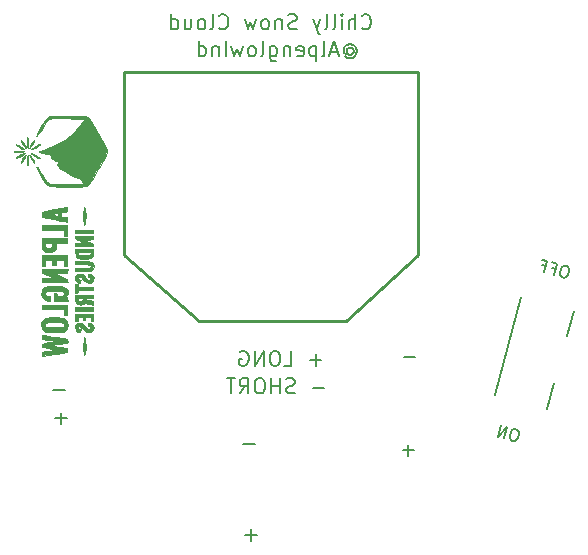
<source format=gbr>
%TF.GenerationSoftware,KiCad,Pcbnew,(5.1.8)-1*%
%TF.CreationDate,2022-03-30T16:17:14-07:00*%
%TF.ProjectId,Alpenglow_ChillySnowCloud_AllSilver_PCB,416c7065-6e67-46c6-9f77-5f4368696c6c,rev?*%
%TF.SameCoordinates,Original*%
%TF.FileFunction,Legend,Bot*%
%TF.FilePolarity,Positive*%
%FSLAX46Y46*%
G04 Gerber Fmt 4.6, Leading zero omitted, Abs format (unit mm)*
G04 Created by KiCad (PCBNEW (5.1.8)-1) date 2022-03-30 16:17:14*
%MOMM*%
%LPD*%
G01*
G04 APERTURE LIST*
%ADD10C,0.177800*%
%ADD11C,0.203200*%
%ADD12C,0.150000*%
%ADD13C,0.010000*%
%ADD14C,0.254000*%
%ADD15O,2.600000X4.100000*%
%ADD16C,17.372000*%
%ADD17C,1.900000*%
G04 APERTURE END LIST*
D10*
X117529428Y-80716361D02*
X117589904Y-80655885D01*
X117710857Y-80595409D01*
X117831809Y-80595409D01*
X117952761Y-80655885D01*
X118013238Y-80716361D01*
X118073714Y-80837314D01*
X118073714Y-80958266D01*
X118013238Y-81079219D01*
X117952761Y-81139695D01*
X117831809Y-81200171D01*
X117710857Y-81200171D01*
X117589904Y-81139695D01*
X117529428Y-81079219D01*
X117529428Y-80595409D02*
X117529428Y-81079219D01*
X117468952Y-81139695D01*
X117408476Y-81139695D01*
X117287523Y-81079219D01*
X117227047Y-80958266D01*
X117227047Y-80655885D01*
X117348000Y-80474457D01*
X117529428Y-80353504D01*
X117771333Y-80293028D01*
X118013238Y-80353504D01*
X118194666Y-80474457D01*
X118315619Y-80655885D01*
X118376095Y-80897790D01*
X118315619Y-81139695D01*
X118194666Y-81321123D01*
X118013238Y-81442076D01*
X117771333Y-81502552D01*
X117529428Y-81442076D01*
X117348000Y-81321123D01*
X116743238Y-80958266D02*
X116138476Y-80958266D01*
X116864190Y-81321123D02*
X116440857Y-80051123D01*
X116017523Y-81321123D01*
X115412761Y-81321123D02*
X115533714Y-81260647D01*
X115594190Y-81139695D01*
X115594190Y-80051123D01*
X114928952Y-80474457D02*
X114928952Y-81744457D01*
X114928952Y-80534933D02*
X114808000Y-80474457D01*
X114566095Y-80474457D01*
X114445142Y-80534933D01*
X114384666Y-80595409D01*
X114324190Y-80716361D01*
X114324190Y-81079219D01*
X114384666Y-81200171D01*
X114445142Y-81260647D01*
X114566095Y-81321123D01*
X114808000Y-81321123D01*
X114928952Y-81260647D01*
X113296095Y-81260647D02*
X113417047Y-81321123D01*
X113658952Y-81321123D01*
X113779904Y-81260647D01*
X113840380Y-81139695D01*
X113840380Y-80655885D01*
X113779904Y-80534933D01*
X113658952Y-80474457D01*
X113417047Y-80474457D01*
X113296095Y-80534933D01*
X113235619Y-80655885D01*
X113235619Y-80776838D01*
X113840380Y-80897790D01*
X112691333Y-80474457D02*
X112691333Y-81321123D01*
X112691333Y-80595409D02*
X112630857Y-80534933D01*
X112509904Y-80474457D01*
X112328476Y-80474457D01*
X112207523Y-80534933D01*
X112147047Y-80655885D01*
X112147047Y-81321123D01*
X110998000Y-80474457D02*
X110998000Y-81502552D01*
X111058476Y-81623504D01*
X111118952Y-81683980D01*
X111239904Y-81744457D01*
X111421333Y-81744457D01*
X111542285Y-81683980D01*
X110998000Y-81260647D02*
X111118952Y-81321123D01*
X111360857Y-81321123D01*
X111481809Y-81260647D01*
X111542285Y-81200171D01*
X111602761Y-81079219D01*
X111602761Y-80716361D01*
X111542285Y-80595409D01*
X111481809Y-80534933D01*
X111360857Y-80474457D01*
X111118952Y-80474457D01*
X110998000Y-80534933D01*
X110211809Y-81321123D02*
X110332761Y-81260647D01*
X110393238Y-81139695D01*
X110393238Y-80051123D01*
X109546571Y-81321123D02*
X109667523Y-81260647D01*
X109728000Y-81200171D01*
X109788476Y-81079219D01*
X109788476Y-80716361D01*
X109728000Y-80595409D01*
X109667523Y-80534933D01*
X109546571Y-80474457D01*
X109365142Y-80474457D01*
X109244190Y-80534933D01*
X109183714Y-80595409D01*
X109123238Y-80716361D01*
X109123238Y-81079219D01*
X109183714Y-81200171D01*
X109244190Y-81260647D01*
X109365142Y-81321123D01*
X109546571Y-81321123D01*
X108699904Y-80474457D02*
X108458000Y-81321123D01*
X108216095Y-80716361D01*
X107974190Y-81321123D01*
X107732285Y-80474457D01*
X107248476Y-81321123D02*
X107248476Y-80051123D01*
X106643714Y-80474457D02*
X106643714Y-81321123D01*
X106643714Y-80595409D02*
X106583238Y-80534933D01*
X106462285Y-80474457D01*
X106280857Y-80474457D01*
X106159904Y-80534933D01*
X106099428Y-80655885D01*
X106099428Y-81321123D01*
X104950380Y-81321123D02*
X104950380Y-80051123D01*
X104950380Y-81260647D02*
X105071333Y-81321123D01*
X105313238Y-81321123D01*
X105434190Y-81260647D01*
X105494666Y-81200171D01*
X105555142Y-81079219D01*
X105555142Y-80716361D01*
X105494666Y-80595409D01*
X105434190Y-80534933D01*
X105313238Y-80474457D01*
X105071333Y-80474457D01*
X104950380Y-80534933D01*
X123292809Y-106770714D02*
X122325190Y-106770714D01*
X109703809Y-114136714D02*
X108736190Y-114136714D01*
X93625609Y-109564714D02*
X92657990Y-109564714D01*
X93803409Y-111977714D02*
X92835790Y-111977714D01*
X93319600Y-112461523D02*
X93319600Y-111493904D01*
X123191209Y-114695514D02*
X122223590Y-114695514D01*
X122707400Y-115179323D02*
X122707400Y-114211704D01*
X109881609Y-121858314D02*
X108913990Y-121858314D01*
X109397800Y-122342123D02*
X109397800Y-121374504D01*
X115578466Y-109386914D02*
X114610847Y-109386914D01*
X113098942Y-109810247D02*
X112917514Y-109870723D01*
X112615133Y-109870723D01*
X112494180Y-109810247D01*
X112433704Y-109749771D01*
X112373228Y-109628819D01*
X112373228Y-109507866D01*
X112433704Y-109386914D01*
X112494180Y-109326438D01*
X112615133Y-109265961D01*
X112857038Y-109205485D01*
X112977990Y-109145009D01*
X113038466Y-109084533D01*
X113098942Y-108963580D01*
X113098942Y-108842628D01*
X113038466Y-108721676D01*
X112977990Y-108661200D01*
X112857038Y-108600723D01*
X112554657Y-108600723D01*
X112373228Y-108661200D01*
X111828942Y-109870723D02*
X111828942Y-108600723D01*
X111828942Y-109205485D02*
X111103228Y-109205485D01*
X111103228Y-109870723D02*
X111103228Y-108600723D01*
X110256561Y-108600723D02*
X110014657Y-108600723D01*
X109893704Y-108661200D01*
X109772752Y-108782152D01*
X109712276Y-109024057D01*
X109712276Y-109447390D01*
X109772752Y-109689295D01*
X109893704Y-109810247D01*
X110014657Y-109870723D01*
X110256561Y-109870723D01*
X110377514Y-109810247D01*
X110498466Y-109689295D01*
X110558942Y-109447390D01*
X110558942Y-109024057D01*
X110498466Y-108782152D01*
X110377514Y-108661200D01*
X110256561Y-108600723D01*
X108442276Y-109870723D02*
X108865609Y-109265961D01*
X109167990Y-109870723D02*
X109167990Y-108600723D01*
X108684180Y-108600723D01*
X108563228Y-108661200D01*
X108502752Y-108721676D01*
X108442276Y-108842628D01*
X108442276Y-109024057D01*
X108502752Y-109145009D01*
X108563228Y-109205485D01*
X108684180Y-109265961D01*
X109167990Y-109265961D01*
X108079419Y-108600723D02*
X107353704Y-108600723D01*
X107716561Y-109870723D02*
X107716561Y-108600723D01*
X115359542Y-107050114D02*
X114391923Y-107050114D01*
X114875733Y-107533923D02*
X114875733Y-106566304D01*
X112214780Y-107533923D02*
X112819542Y-107533923D01*
X112819542Y-106263923D01*
X111549542Y-106263923D02*
X111307638Y-106263923D01*
X111186685Y-106324400D01*
X111065733Y-106445352D01*
X111005257Y-106687257D01*
X111005257Y-107110590D01*
X111065733Y-107352495D01*
X111186685Y-107473447D01*
X111307638Y-107533923D01*
X111549542Y-107533923D01*
X111670495Y-107473447D01*
X111791447Y-107352495D01*
X111851923Y-107110590D01*
X111851923Y-106687257D01*
X111791447Y-106445352D01*
X111670495Y-106324400D01*
X111549542Y-106263923D01*
X110460971Y-107533923D02*
X110460971Y-106263923D01*
X109735257Y-107533923D01*
X109735257Y-106263923D01*
X108465257Y-106324400D02*
X108586209Y-106263923D01*
X108767638Y-106263923D01*
X108949066Y-106324400D01*
X109070019Y-106445352D01*
X109130495Y-106566304D01*
X109190971Y-106808209D01*
X109190971Y-106989638D01*
X109130495Y-107231542D01*
X109070019Y-107352495D01*
X108949066Y-107473447D01*
X108767638Y-107533923D01*
X108646685Y-107533923D01*
X108465257Y-107473447D01*
X108404780Y-107412971D01*
X108404780Y-106989638D01*
X108646685Y-106989638D01*
D11*
X118784914Y-78914171D02*
X118845390Y-78974647D01*
X119026819Y-79035123D01*
X119147771Y-79035123D01*
X119329200Y-78974647D01*
X119450152Y-78853695D01*
X119510628Y-78732742D01*
X119571104Y-78490838D01*
X119571104Y-78309409D01*
X119510628Y-78067504D01*
X119450152Y-77946552D01*
X119329200Y-77825600D01*
X119147771Y-77765123D01*
X119026819Y-77765123D01*
X118845390Y-77825600D01*
X118784914Y-77886076D01*
X118240628Y-79035123D02*
X118240628Y-77765123D01*
X117696342Y-79035123D02*
X117696342Y-78369885D01*
X117756819Y-78248933D01*
X117877771Y-78188457D01*
X118059200Y-78188457D01*
X118180152Y-78248933D01*
X118240628Y-78309409D01*
X117091580Y-79035123D02*
X117091580Y-78188457D01*
X117091580Y-77765123D02*
X117152057Y-77825600D01*
X117091580Y-77886076D01*
X117031104Y-77825600D01*
X117091580Y-77765123D01*
X117091580Y-77886076D01*
X116305390Y-79035123D02*
X116426342Y-78974647D01*
X116486819Y-78853695D01*
X116486819Y-77765123D01*
X115640152Y-79035123D02*
X115761104Y-78974647D01*
X115821580Y-78853695D01*
X115821580Y-77765123D01*
X115277295Y-78188457D02*
X114974914Y-79035123D01*
X114672533Y-78188457D02*
X114974914Y-79035123D01*
X115095866Y-79337504D01*
X115156342Y-79397980D01*
X115277295Y-79458457D01*
X113281580Y-78974647D02*
X113100152Y-79035123D01*
X112797771Y-79035123D01*
X112676819Y-78974647D01*
X112616342Y-78914171D01*
X112555866Y-78793219D01*
X112555866Y-78672266D01*
X112616342Y-78551314D01*
X112676819Y-78490838D01*
X112797771Y-78430361D01*
X113039676Y-78369885D01*
X113160628Y-78309409D01*
X113221104Y-78248933D01*
X113281580Y-78127980D01*
X113281580Y-78007028D01*
X113221104Y-77886076D01*
X113160628Y-77825600D01*
X113039676Y-77765123D01*
X112737295Y-77765123D01*
X112555866Y-77825600D01*
X112011580Y-78188457D02*
X112011580Y-79035123D01*
X112011580Y-78309409D02*
X111951104Y-78248933D01*
X111830152Y-78188457D01*
X111648723Y-78188457D01*
X111527771Y-78248933D01*
X111467295Y-78369885D01*
X111467295Y-79035123D01*
X110681104Y-79035123D02*
X110802057Y-78974647D01*
X110862533Y-78914171D01*
X110923009Y-78793219D01*
X110923009Y-78430361D01*
X110862533Y-78309409D01*
X110802057Y-78248933D01*
X110681104Y-78188457D01*
X110499676Y-78188457D01*
X110378723Y-78248933D01*
X110318247Y-78309409D01*
X110257771Y-78430361D01*
X110257771Y-78793219D01*
X110318247Y-78914171D01*
X110378723Y-78974647D01*
X110499676Y-79035123D01*
X110681104Y-79035123D01*
X109834438Y-78188457D02*
X109592533Y-79035123D01*
X109350628Y-78430361D01*
X109108723Y-79035123D01*
X108866819Y-78188457D01*
X106689676Y-78914171D02*
X106750152Y-78974647D01*
X106931580Y-79035123D01*
X107052533Y-79035123D01*
X107233961Y-78974647D01*
X107354914Y-78853695D01*
X107415390Y-78732742D01*
X107475866Y-78490838D01*
X107475866Y-78309409D01*
X107415390Y-78067504D01*
X107354914Y-77946552D01*
X107233961Y-77825600D01*
X107052533Y-77765123D01*
X106931580Y-77765123D01*
X106750152Y-77825600D01*
X106689676Y-77886076D01*
X105963961Y-79035123D02*
X106084914Y-78974647D01*
X106145390Y-78853695D01*
X106145390Y-77765123D01*
X105298723Y-79035123D02*
X105419676Y-78974647D01*
X105480152Y-78914171D01*
X105540628Y-78793219D01*
X105540628Y-78430361D01*
X105480152Y-78309409D01*
X105419676Y-78248933D01*
X105298723Y-78188457D01*
X105117295Y-78188457D01*
X104996342Y-78248933D01*
X104935866Y-78309409D01*
X104875390Y-78430361D01*
X104875390Y-78793219D01*
X104935866Y-78914171D01*
X104996342Y-78974647D01*
X105117295Y-79035123D01*
X105298723Y-79035123D01*
X103786819Y-78188457D02*
X103786819Y-79035123D01*
X104331104Y-78188457D02*
X104331104Y-78853695D01*
X104270628Y-78974647D01*
X104149676Y-79035123D01*
X103968247Y-79035123D01*
X103847295Y-78974647D01*
X103786819Y-78914171D01*
X102637771Y-79035123D02*
X102637771Y-77765123D01*
X102637771Y-78974647D02*
X102758723Y-79035123D01*
X103000628Y-79035123D01*
X103121580Y-78974647D01*
X103182057Y-78914171D01*
X103242533Y-78793219D01*
X103242533Y-78430361D01*
X103182057Y-78309409D01*
X103121580Y-78248933D01*
X103000628Y-78188457D01*
X102758723Y-78188457D01*
X102637771Y-78248933D01*
D12*
X131905288Y-112940661D02*
X131721302Y-112891363D01*
X131616984Y-112912710D01*
X131500342Y-112980053D01*
X131405047Y-113151714D01*
X131318774Y-113473690D01*
X131315471Y-113670000D01*
X131382815Y-113786642D01*
X131462483Y-113857288D01*
X131646469Y-113906587D01*
X131750786Y-113885240D01*
X131867429Y-113817897D01*
X131962724Y-113646236D01*
X132048997Y-113324260D01*
X132052300Y-113127950D01*
X131984956Y-113011307D01*
X131905288Y-112940661D01*
X130818532Y-113684742D02*
X131077351Y-112718817D01*
X130266575Y-113536846D01*
X130525394Y-112570920D01*
X136138863Y-99107734D02*
X135954877Y-99058436D01*
X135850560Y-99079783D01*
X135733917Y-99147126D01*
X135638622Y-99318787D01*
X135552349Y-99640763D01*
X135549046Y-99837073D01*
X135616390Y-99953716D01*
X135696058Y-100024361D01*
X135880044Y-100073660D01*
X135984362Y-100052313D01*
X136101004Y-99984970D01*
X136196299Y-99813309D01*
X136282572Y-99491333D01*
X136285875Y-99295023D01*
X136218531Y-99178380D01*
X136138863Y-99107734D01*
X134865704Y-99259581D02*
X135187680Y-99345854D01*
X135052108Y-99851815D02*
X135310927Y-98885890D01*
X134850962Y-98762642D01*
X134037768Y-99037736D02*
X134359743Y-99124009D01*
X134224171Y-99629970D02*
X134482990Y-98664045D01*
X134023026Y-98540797D01*
D13*
%TO.C,G\u002A\u002A\u002A*%
G36*
X91238727Y-88078071D02*
G01*
X91294760Y-88015201D01*
X91375685Y-87910786D01*
X91474489Y-87774679D01*
X91584159Y-87616736D01*
X91697683Y-87446810D01*
X91808048Y-87274756D01*
X91892409Y-87137092D01*
X92027925Y-86925444D01*
X92150023Y-86773430D01*
X92269850Y-86672399D01*
X92398553Y-86613696D01*
X92547277Y-86588670D01*
X92601854Y-86586342D01*
X92663610Y-86586043D01*
X92788773Y-86586181D01*
X92968181Y-86586717D01*
X93192671Y-86587617D01*
X93453080Y-86588844D01*
X93740246Y-86590363D01*
X93992700Y-86591820D01*
X94356678Y-86594691D01*
X94652643Y-86598633D01*
X94885150Y-86603823D01*
X95058751Y-86610439D01*
X95177999Y-86618657D01*
X95247449Y-86628656D01*
X95271653Y-86640612D01*
X95271771Y-86641612D01*
X95249525Y-86692324D01*
X95188684Y-86786264D01*
X95098092Y-86911740D01*
X94986594Y-87057061D01*
X94863034Y-87210535D01*
X94736257Y-87360473D01*
X94678110Y-87426357D01*
X94584213Y-87536745D01*
X94513013Y-87631289D01*
X94476139Y-87694139D01*
X94473485Y-87705241D01*
X94445133Y-87752740D01*
X94366639Y-87832940D01*
X94247849Y-87937698D01*
X94098607Y-88058872D01*
X93928759Y-88188317D01*
X93748149Y-88317891D01*
X93660048Y-88378062D01*
X93335082Y-88580093D01*
X92977727Y-88774524D01*
X92607153Y-88952459D01*
X92242535Y-89105003D01*
X91903046Y-89223262D01*
X91739206Y-89269162D01*
X91611582Y-89306650D01*
X91510526Y-89346237D01*
X91459556Y-89378011D01*
X91443861Y-89395962D01*
X91436848Y-89410237D01*
X91447173Y-89423471D01*
X91483491Y-89438297D01*
X91554456Y-89457349D01*
X91668723Y-89483261D01*
X91834946Y-89518667D01*
X92061780Y-89566202D01*
X92113569Y-89577058D01*
X92298716Y-89616477D01*
X92456816Y-89651252D01*
X92575120Y-89678490D01*
X92640878Y-89695300D01*
X92649947Y-89698709D01*
X92628607Y-89718535D01*
X92561119Y-89751791D01*
X92549597Y-89756651D01*
X92471025Y-89802015D01*
X92446862Y-89861785D01*
X92448648Y-89896315D01*
X92475154Y-89967107D01*
X92546586Y-90018895D01*
X92604771Y-90042988D01*
X92716117Y-90092497D01*
X92852415Y-90164739D01*
X92949485Y-90222570D01*
X93149057Y-90348779D01*
X93027874Y-90398707D01*
X92950837Y-90437066D01*
X92932843Y-90471093D01*
X92950674Y-90501632D01*
X93011513Y-90546895D01*
X93042998Y-90554628D01*
X93081253Y-90586372D01*
X93111589Y-90664161D01*
X93114460Y-90677868D01*
X93135373Y-90750757D01*
X93176743Y-90801053D01*
X93256958Y-90845072D01*
X93341101Y-90878991D01*
X93479406Y-90945653D01*
X93632855Y-91040056D01*
X93745982Y-91124105D01*
X93980637Y-91287490D01*
X94266281Y-91435077D01*
X94581524Y-91556375D01*
X94700590Y-91592271D01*
X94846340Y-91639408D01*
X94931539Y-91684638D01*
X94967605Y-91733552D01*
X95004772Y-91801601D01*
X95074902Y-91892877D01*
X95119143Y-91941891D01*
X95187905Y-92022333D01*
X95224064Y-92082361D01*
X95224529Y-92101680D01*
X95184005Y-92107172D01*
X95078887Y-92112410D01*
X94917152Y-92117238D01*
X94706778Y-92121501D01*
X94455742Y-92125044D01*
X94172021Y-92127712D01*
X93863593Y-92129349D01*
X93791333Y-92129560D01*
X92382521Y-92133057D01*
X92250318Y-92042738D01*
X92157013Y-91960292D01*
X92057217Y-91843983D01*
X91998586Y-91759666D01*
X91907896Y-91615765D01*
X91800207Y-91448510D01*
X91684633Y-91271655D01*
X91570290Y-91098955D01*
X91466295Y-90944164D01*
X91381761Y-90821038D01*
X91325806Y-90743330D01*
X91320566Y-90736599D01*
X91260082Y-90671617D01*
X91231605Y-90666238D01*
X91234747Y-90715127D01*
X91269122Y-90812947D01*
X91334342Y-90954362D01*
X91336722Y-90959124D01*
X91472148Y-91222641D01*
X91606164Y-91470684D01*
X91732913Y-91693282D01*
X91846542Y-91880464D01*
X91941195Y-92022261D01*
X92011017Y-92108702D01*
X92012915Y-92110579D01*
X92072592Y-92168293D01*
X92127467Y-92215932D01*
X92184904Y-92254518D01*
X92252266Y-92285072D01*
X92336917Y-92308618D01*
X92446220Y-92326177D01*
X92587541Y-92338772D01*
X92768242Y-92347426D01*
X92995687Y-92353160D01*
X93277241Y-92356997D01*
X93620267Y-92359959D01*
X93819965Y-92361452D01*
X94204742Y-92364084D01*
X94524187Y-92365138D01*
X94785538Y-92363741D01*
X94996029Y-92359019D01*
X95162899Y-92350099D01*
X95293383Y-92336108D01*
X95394717Y-92316172D01*
X95474139Y-92289418D01*
X95538884Y-92254973D01*
X95596190Y-92211962D01*
X95653291Y-92159513D01*
X95675904Y-92137454D01*
X95720088Y-92080621D01*
X95794683Y-91969487D01*
X95894432Y-91812953D01*
X96014080Y-91619918D01*
X96148370Y-91399285D01*
X96292047Y-91159952D01*
X96439855Y-90910822D01*
X96586538Y-90660795D01*
X96726839Y-90418771D01*
X96855502Y-90193651D01*
X96967273Y-89994336D01*
X97056893Y-89829727D01*
X97119109Y-89708724D01*
X97146276Y-89647485D01*
X97184479Y-89462282D01*
X97183536Y-89256917D01*
X97143745Y-89071626D01*
X97141998Y-89066914D01*
X97111881Y-89004299D01*
X97049886Y-88888487D01*
X96961312Y-88728603D01*
X96851458Y-88533776D01*
X96725624Y-88313131D01*
X96589108Y-88075798D01*
X96447209Y-87830902D01*
X96305228Y-87587571D01*
X96168462Y-87354933D01*
X96042212Y-87142114D01*
X95931776Y-86958241D01*
X95842454Y-86812442D01*
X95779545Y-86713843D01*
X95757292Y-86681937D01*
X95672025Y-86593624D01*
X95556358Y-86502305D01*
X95497327Y-86464223D01*
X95326199Y-86363628D01*
X93911057Y-86371013D01*
X93475554Y-86374397D01*
X93111432Y-86379653D01*
X92817525Y-86386817D01*
X92592664Y-86395927D01*
X92435682Y-86407020D01*
X92345412Y-86420135D01*
X92340754Y-86421351D01*
X92232588Y-86460236D01*
X92133934Y-86518393D01*
X92038438Y-86603619D01*
X91939743Y-86723706D01*
X91831493Y-86886451D01*
X91707331Y-87099647D01*
X91560903Y-87371090D01*
X91551049Y-87389821D01*
X91446872Y-87590826D01*
X91356297Y-87770893D01*
X91284181Y-87919921D01*
X91235380Y-88027810D01*
X91214751Y-88084459D01*
X91214599Y-88089541D01*
X91238727Y-88078071D01*
G37*
X91238727Y-88078071D02*
X91294760Y-88015201D01*
X91375685Y-87910786D01*
X91474489Y-87774679D01*
X91584159Y-87616736D01*
X91697683Y-87446810D01*
X91808048Y-87274756D01*
X91892409Y-87137092D01*
X92027925Y-86925444D01*
X92150023Y-86773430D01*
X92269850Y-86672399D01*
X92398553Y-86613696D01*
X92547277Y-86588670D01*
X92601854Y-86586342D01*
X92663610Y-86586043D01*
X92788773Y-86586181D01*
X92968181Y-86586717D01*
X93192671Y-86587617D01*
X93453080Y-86588844D01*
X93740246Y-86590363D01*
X93992700Y-86591820D01*
X94356678Y-86594691D01*
X94652643Y-86598633D01*
X94885150Y-86603823D01*
X95058751Y-86610439D01*
X95177999Y-86618657D01*
X95247449Y-86628656D01*
X95271653Y-86640612D01*
X95271771Y-86641612D01*
X95249525Y-86692324D01*
X95188684Y-86786264D01*
X95098092Y-86911740D01*
X94986594Y-87057061D01*
X94863034Y-87210535D01*
X94736257Y-87360473D01*
X94678110Y-87426357D01*
X94584213Y-87536745D01*
X94513013Y-87631289D01*
X94476139Y-87694139D01*
X94473485Y-87705241D01*
X94445133Y-87752740D01*
X94366639Y-87832940D01*
X94247849Y-87937698D01*
X94098607Y-88058872D01*
X93928759Y-88188317D01*
X93748149Y-88317891D01*
X93660048Y-88378062D01*
X93335082Y-88580093D01*
X92977727Y-88774524D01*
X92607153Y-88952459D01*
X92242535Y-89105003D01*
X91903046Y-89223262D01*
X91739206Y-89269162D01*
X91611582Y-89306650D01*
X91510526Y-89346237D01*
X91459556Y-89378011D01*
X91443861Y-89395962D01*
X91436848Y-89410237D01*
X91447173Y-89423471D01*
X91483491Y-89438297D01*
X91554456Y-89457349D01*
X91668723Y-89483261D01*
X91834946Y-89518667D01*
X92061780Y-89566202D01*
X92113569Y-89577058D01*
X92298716Y-89616477D01*
X92456816Y-89651252D01*
X92575120Y-89678490D01*
X92640878Y-89695300D01*
X92649947Y-89698709D01*
X92628607Y-89718535D01*
X92561119Y-89751791D01*
X92549597Y-89756651D01*
X92471025Y-89802015D01*
X92446862Y-89861785D01*
X92448648Y-89896315D01*
X92475154Y-89967107D01*
X92546586Y-90018895D01*
X92604771Y-90042988D01*
X92716117Y-90092497D01*
X92852415Y-90164739D01*
X92949485Y-90222570D01*
X93149057Y-90348779D01*
X93027874Y-90398707D01*
X92950837Y-90437066D01*
X92932843Y-90471093D01*
X92950674Y-90501632D01*
X93011513Y-90546895D01*
X93042998Y-90554628D01*
X93081253Y-90586372D01*
X93111589Y-90664161D01*
X93114460Y-90677868D01*
X93135373Y-90750757D01*
X93176743Y-90801053D01*
X93256958Y-90845072D01*
X93341101Y-90878991D01*
X93479406Y-90945653D01*
X93632855Y-91040056D01*
X93745982Y-91124105D01*
X93980637Y-91287490D01*
X94266281Y-91435077D01*
X94581524Y-91556375D01*
X94700590Y-91592271D01*
X94846340Y-91639408D01*
X94931539Y-91684638D01*
X94967605Y-91733552D01*
X95004772Y-91801601D01*
X95074902Y-91892877D01*
X95119143Y-91941891D01*
X95187905Y-92022333D01*
X95224064Y-92082361D01*
X95224529Y-92101680D01*
X95184005Y-92107172D01*
X95078887Y-92112410D01*
X94917152Y-92117238D01*
X94706778Y-92121501D01*
X94455742Y-92125044D01*
X94172021Y-92127712D01*
X93863593Y-92129349D01*
X93791333Y-92129560D01*
X92382521Y-92133057D01*
X92250318Y-92042738D01*
X92157013Y-91960292D01*
X92057217Y-91843983D01*
X91998586Y-91759666D01*
X91907896Y-91615765D01*
X91800207Y-91448510D01*
X91684633Y-91271655D01*
X91570290Y-91098955D01*
X91466295Y-90944164D01*
X91381761Y-90821038D01*
X91325806Y-90743330D01*
X91320566Y-90736599D01*
X91260082Y-90671617D01*
X91231605Y-90666238D01*
X91234747Y-90715127D01*
X91269122Y-90812947D01*
X91334342Y-90954362D01*
X91336722Y-90959124D01*
X91472148Y-91222641D01*
X91606164Y-91470684D01*
X91732913Y-91693282D01*
X91846542Y-91880464D01*
X91941195Y-92022261D01*
X92011017Y-92108702D01*
X92012915Y-92110579D01*
X92072592Y-92168293D01*
X92127467Y-92215932D01*
X92184904Y-92254518D01*
X92252266Y-92285072D01*
X92336917Y-92308618D01*
X92446220Y-92326177D01*
X92587541Y-92338772D01*
X92768242Y-92347426D01*
X92995687Y-92353160D01*
X93277241Y-92356997D01*
X93620267Y-92359959D01*
X93819965Y-92361452D01*
X94204742Y-92364084D01*
X94524187Y-92365138D01*
X94785538Y-92363741D01*
X94996029Y-92359019D01*
X95162899Y-92350099D01*
X95293383Y-92336108D01*
X95394717Y-92316172D01*
X95474139Y-92289418D01*
X95538884Y-92254973D01*
X95596190Y-92211962D01*
X95653291Y-92159513D01*
X95675904Y-92137454D01*
X95720088Y-92080621D01*
X95794683Y-91969487D01*
X95894432Y-91812953D01*
X96014080Y-91619918D01*
X96148370Y-91399285D01*
X96292047Y-91159952D01*
X96439855Y-90910822D01*
X96586538Y-90660795D01*
X96726839Y-90418771D01*
X96855502Y-90193651D01*
X96967273Y-89994336D01*
X97056893Y-89829727D01*
X97119109Y-89708724D01*
X97146276Y-89647485D01*
X97184479Y-89462282D01*
X97183536Y-89256917D01*
X97143745Y-89071626D01*
X97141998Y-89066914D01*
X97111881Y-89004299D01*
X97049886Y-88888487D01*
X96961312Y-88728603D01*
X96851458Y-88533776D01*
X96725624Y-88313131D01*
X96589108Y-88075798D01*
X96447209Y-87830902D01*
X96305228Y-87587571D01*
X96168462Y-87354933D01*
X96042212Y-87142114D01*
X95931776Y-86958241D01*
X95842454Y-86812442D01*
X95779545Y-86713843D01*
X95757292Y-86681937D01*
X95672025Y-86593624D01*
X95556358Y-86502305D01*
X95497327Y-86464223D01*
X95326199Y-86363628D01*
X93911057Y-86371013D01*
X93475554Y-86374397D01*
X93111432Y-86379653D01*
X92817525Y-86386817D01*
X92592664Y-86395927D01*
X92435682Y-86407020D01*
X92345412Y-86420135D01*
X92340754Y-86421351D01*
X92232588Y-86460236D01*
X92133934Y-86518393D01*
X92038438Y-86603619D01*
X91939743Y-86723706D01*
X91831493Y-86886451D01*
X91707331Y-87099647D01*
X91560903Y-87371090D01*
X91551049Y-87389821D01*
X91446872Y-87590826D01*
X91356297Y-87770893D01*
X91284181Y-87919921D01*
X91235380Y-88027810D01*
X91214751Y-88084459D01*
X91214599Y-88089541D01*
X91238727Y-88078071D01*
G36*
X95144382Y-99517200D02*
G01*
X95410769Y-99515316D01*
X95614277Y-99508053D01*
X95764539Y-99492997D01*
X95871187Y-99467733D01*
X95943853Y-99429844D01*
X95992169Y-99376916D01*
X96025768Y-99306533D01*
X96029837Y-99295173D01*
X96066541Y-99103189D01*
X96035234Y-98921150D01*
X96019404Y-98881320D01*
X95983720Y-98815259D01*
X95935389Y-98765497D01*
X95864514Y-98729790D01*
X95761196Y-98705895D01*
X95615537Y-98691566D01*
X95417639Y-98684559D01*
X95157605Y-98682632D01*
X95143064Y-98682628D01*
X94509771Y-98682628D01*
X94509771Y-98931850D01*
X95129625Y-98943310D01*
X95357841Y-98948210D01*
X95524369Y-98954062D01*
X95640092Y-98962166D01*
X95715894Y-98973820D01*
X95762658Y-98990324D01*
X95791266Y-99012978D01*
X95799505Y-99023284D01*
X95829848Y-99105812D01*
X95813831Y-99158502D01*
X95794656Y-99182978D01*
X95760171Y-99201023D01*
X95699816Y-99213859D01*
X95603031Y-99222713D01*
X95459255Y-99228808D01*
X95257929Y-99233369D01*
X95153022Y-99235132D01*
X94527914Y-99245057D01*
X94516652Y-99381128D01*
X94505390Y-99517200D01*
X95144382Y-99517200D01*
G37*
X95144382Y-99517200D02*
X95410769Y-99515316D01*
X95614277Y-99508053D01*
X95764539Y-99492997D01*
X95871187Y-99467733D01*
X95943853Y-99429844D01*
X95992169Y-99376916D01*
X96025768Y-99306533D01*
X96029837Y-99295173D01*
X96066541Y-99103189D01*
X96035234Y-98921150D01*
X96019404Y-98881320D01*
X95983720Y-98815259D01*
X95935389Y-98765497D01*
X95864514Y-98729790D01*
X95761196Y-98705895D01*
X95615537Y-98691566D01*
X95417639Y-98684559D01*
X95157605Y-98682632D01*
X95143064Y-98682628D01*
X94509771Y-98682628D01*
X94509771Y-98931850D01*
X95129625Y-98943310D01*
X95357841Y-98948210D01*
X95524369Y-98954062D01*
X95640092Y-98962166D01*
X95715894Y-98973820D01*
X95762658Y-98990324D01*
X95791266Y-99012978D01*
X95799505Y-99023284D01*
X95829848Y-99105812D01*
X95813831Y-99158502D01*
X95794656Y-99182978D01*
X95760171Y-99201023D01*
X95699816Y-99213859D01*
X95603031Y-99222713D01*
X95459255Y-99228808D01*
X95257929Y-99233369D01*
X95153022Y-99235132D01*
X94527914Y-99245057D01*
X94516652Y-99381128D01*
X94505390Y-99517200D01*
X95144382Y-99517200D01*
G36*
X94530034Y-100269344D02*
G01*
X94596976Y-100377270D01*
X94690473Y-100442110D01*
X94812064Y-100489306D01*
X94899520Y-100491450D01*
X94942514Y-100449142D01*
X94945199Y-100427310D01*
X94956714Y-100336194D01*
X94967225Y-100300310D01*
X94965687Y-100256548D01*
X94906244Y-100242973D01*
X94899096Y-100242914D01*
X94803772Y-100219826D01*
X94746014Y-100162560D01*
X94740972Y-100089116D01*
X94751438Y-100067515D01*
X94807167Y-100008019D01*
X94875818Y-99996943D01*
X94965099Y-100037247D01*
X95082716Y-100131894D01*
X95189916Y-100236004D01*
X95346475Y-100383465D01*
X95477232Y-100476596D01*
X95595881Y-100521951D01*
X95716118Y-100526082D01*
X95775214Y-100516058D01*
X95900736Y-100454463D01*
X95996861Y-100343545D01*
X96053686Y-100203882D01*
X96061308Y-100056056D01*
X96037611Y-99970771D01*
X95946245Y-99846520D01*
X95804620Y-99759269D01*
X95727802Y-99735469D01*
X95633282Y-99719388D01*
X95585606Y-99737667D01*
X95563985Y-99805598D01*
X95556635Y-99861380D01*
X95557015Y-99940101D01*
X95596847Y-99975993D01*
X95648891Y-99988380D01*
X95745417Y-100027318D01*
X95801073Y-100090586D01*
X95813182Y-100159817D01*
X95779069Y-100216646D01*
X95696057Y-100242706D01*
X95685971Y-100242914D01*
X95620283Y-100226182D01*
X95536025Y-100171051D01*
X95423171Y-100070120D01*
X95341869Y-99988914D01*
X95226799Y-99872488D01*
X95145576Y-99798562D01*
X95081514Y-99757554D01*
X95017925Y-99739880D01*
X94938121Y-99735956D01*
X94901593Y-99736068D01*
X94724389Y-99759065D01*
X94602461Y-99827952D01*
X94532145Y-99946282D01*
X94509771Y-100115914D01*
X94530034Y-100269344D01*
G37*
X94530034Y-100269344D02*
X94596976Y-100377270D01*
X94690473Y-100442110D01*
X94812064Y-100489306D01*
X94899520Y-100491450D01*
X94942514Y-100449142D01*
X94945199Y-100427310D01*
X94956714Y-100336194D01*
X94967225Y-100300310D01*
X94965687Y-100256548D01*
X94906244Y-100242973D01*
X94899096Y-100242914D01*
X94803772Y-100219826D01*
X94746014Y-100162560D01*
X94740972Y-100089116D01*
X94751438Y-100067515D01*
X94807167Y-100008019D01*
X94875818Y-99996943D01*
X94965099Y-100037247D01*
X95082716Y-100131894D01*
X95189916Y-100236004D01*
X95346475Y-100383465D01*
X95477232Y-100476596D01*
X95595881Y-100521951D01*
X95716118Y-100526082D01*
X95775214Y-100516058D01*
X95900736Y-100454463D01*
X95996861Y-100343545D01*
X96053686Y-100203882D01*
X96061308Y-100056056D01*
X96037611Y-99970771D01*
X95946245Y-99846520D01*
X95804620Y-99759269D01*
X95727802Y-99735469D01*
X95633282Y-99719388D01*
X95585606Y-99737667D01*
X95563985Y-99805598D01*
X95556635Y-99861380D01*
X95557015Y-99940101D01*
X95596847Y-99975993D01*
X95648891Y-99988380D01*
X95745417Y-100027318D01*
X95801073Y-100090586D01*
X95813182Y-100159817D01*
X95779069Y-100216646D01*
X95696057Y-100242706D01*
X95685971Y-100242914D01*
X95620283Y-100226182D01*
X95536025Y-100171051D01*
X95423171Y-100070120D01*
X95341869Y-99988914D01*
X95226799Y-99872488D01*
X95145576Y-99798562D01*
X95081514Y-99757554D01*
X95017925Y-99739880D01*
X94938121Y-99735956D01*
X94901593Y-99736068D01*
X94724389Y-99759065D01*
X94602461Y-99827952D01*
X94532145Y-99946282D01*
X94509771Y-100115914D01*
X94530034Y-100269344D01*
G36*
X94537726Y-104449237D02*
G01*
X94618323Y-104572880D01*
X94746663Y-104645369D01*
X94785178Y-104654635D01*
X94877210Y-104669323D01*
X94923325Y-104656371D01*
X94947399Y-104599448D01*
X94961987Y-104533700D01*
X94973769Y-104453449D01*
X94953563Y-104421329D01*
X94898097Y-104415771D01*
X94803260Y-104392583D01*
X94745899Y-104335151D01*
X94741213Y-104261677D01*
X94751621Y-104240373D01*
X94801995Y-104186101D01*
X94864270Y-104176295D01*
X94947567Y-104214342D01*
X95061007Y-104303631D01*
X95154486Y-104390042D01*
X95271525Y-104498420D01*
X95377638Y-104590217D01*
X95456222Y-104651322D01*
X95478028Y-104664969D01*
X95613687Y-104701796D01*
X95768656Y-104695019D01*
X95867029Y-104664744D01*
X95967304Y-104582645D01*
X96035109Y-104455894D01*
X96062824Y-104308020D01*
X96042831Y-104162554D01*
X96035754Y-104143628D01*
X95948021Y-104020926D01*
X95808766Y-103941164D01*
X95710016Y-103918061D01*
X95616234Y-103908927D01*
X95573779Y-103922266D01*
X95562425Y-103968419D01*
X95562057Y-103993708D01*
X95558934Y-104073378D01*
X95552985Y-104111652D01*
X95577518Y-104136016D01*
X95649685Y-104167929D01*
X95670914Y-104175152D01*
X95759661Y-104215427D01*
X95794689Y-104270427D01*
X95797914Y-104306914D01*
X95783084Y-104375184D01*
X95724524Y-104404872D01*
X95692612Y-104409642D01*
X95630848Y-104407528D01*
X95568682Y-104379267D01*
X95490848Y-104314795D01*
X95384183Y-104206275D01*
X95251445Y-104071373D01*
X95147294Y-103983719D01*
X95055233Y-103933696D01*
X94958766Y-103911684D01*
X94872222Y-103907771D01*
X94713815Y-103939088D01*
X94595151Y-104026939D01*
X94525111Y-104162176D01*
X94509771Y-104281087D01*
X94537726Y-104449237D01*
G37*
X94537726Y-104449237D02*
X94618323Y-104572880D01*
X94746663Y-104645369D01*
X94785178Y-104654635D01*
X94877210Y-104669323D01*
X94923325Y-104656371D01*
X94947399Y-104599448D01*
X94961987Y-104533700D01*
X94973769Y-104453449D01*
X94953563Y-104421329D01*
X94898097Y-104415771D01*
X94803260Y-104392583D01*
X94745899Y-104335151D01*
X94741213Y-104261677D01*
X94751621Y-104240373D01*
X94801995Y-104186101D01*
X94864270Y-104176295D01*
X94947567Y-104214342D01*
X95061007Y-104303631D01*
X95154486Y-104390042D01*
X95271525Y-104498420D01*
X95377638Y-104590217D01*
X95456222Y-104651322D01*
X95478028Y-104664969D01*
X95613687Y-104701796D01*
X95768656Y-104695019D01*
X95867029Y-104664744D01*
X95967304Y-104582645D01*
X96035109Y-104455894D01*
X96062824Y-104308020D01*
X96042831Y-104162554D01*
X96035754Y-104143628D01*
X95948021Y-104020926D01*
X95808766Y-103941164D01*
X95710016Y-103918061D01*
X95616234Y-103908927D01*
X95573779Y-103922266D01*
X95562425Y-103968419D01*
X95562057Y-103993708D01*
X95558934Y-104073378D01*
X95552985Y-104111652D01*
X95577518Y-104136016D01*
X95649685Y-104167929D01*
X95670914Y-104175152D01*
X95759661Y-104215427D01*
X95794689Y-104270427D01*
X95797914Y-104306914D01*
X95783084Y-104375184D01*
X95724524Y-104404872D01*
X95692612Y-104409642D01*
X95630848Y-104407528D01*
X95568682Y-104379267D01*
X95490848Y-104314795D01*
X95384183Y-104206275D01*
X95251445Y-104071373D01*
X95147294Y-103983719D01*
X95055233Y-103933696D01*
X94958766Y-103911684D01*
X94872222Y-103907771D01*
X94713815Y-103939088D01*
X94595151Y-104026939D01*
X94525111Y-104162176D01*
X94509771Y-104281087D01*
X94537726Y-104449237D01*
G36*
X96033771Y-96324057D02*
G01*
X96033771Y-96032299D01*
X95280842Y-96042106D01*
X94527914Y-96051914D01*
X94516652Y-96187986D01*
X94505390Y-96324057D01*
X96033771Y-96324057D01*
G37*
X96033771Y-96324057D02*
X96033771Y-96032299D01*
X95280842Y-96042106D01*
X94527914Y-96051914D01*
X94516652Y-96187986D01*
X94505390Y-96324057D01*
X96033771Y-96324057D01*
G36*
X96033771Y-97376343D02*
G01*
X96033505Y-97276557D01*
X96028901Y-97232529D01*
X96007874Y-97195791D01*
X95959206Y-97159064D01*
X95871675Y-97115071D01*
X95734060Y-97056531D01*
X95627967Y-97013485D01*
X95222694Y-96850200D01*
X95628233Y-96839940D01*
X96033771Y-96829680D01*
X96033771Y-96578057D01*
X94509771Y-96578057D01*
X94509771Y-96681123D01*
X94514313Y-96728091D01*
X94535642Y-96766866D01*
X94585313Y-96805622D01*
X94674882Y-96852532D01*
X94815902Y-96915769D01*
X94881699Y-96944195D01*
X95253628Y-97104200D01*
X94890771Y-97122343D01*
X94527914Y-97140485D01*
X94516543Y-97258414D01*
X94505173Y-97376343D01*
X96033771Y-97376343D01*
G37*
X96033771Y-97376343D02*
X96033505Y-97276557D01*
X96028901Y-97232529D01*
X96007874Y-97195791D01*
X95959206Y-97159064D01*
X95871675Y-97115071D01*
X95734060Y-97056531D01*
X95627967Y-97013485D01*
X95222694Y-96850200D01*
X95628233Y-96839940D01*
X96033771Y-96829680D01*
X96033771Y-96578057D01*
X94509771Y-96578057D01*
X94509771Y-96681123D01*
X94514313Y-96728091D01*
X94535642Y-96766866D01*
X94585313Y-96805622D01*
X94674882Y-96852532D01*
X94815902Y-96915769D01*
X94881699Y-96944195D01*
X95253628Y-97104200D01*
X94890771Y-97122343D01*
X94527914Y-97140485D01*
X94516543Y-97258414D01*
X94505173Y-97376343D01*
X96033771Y-97376343D01*
G36*
X94517074Y-97917569D02*
G01*
X94540969Y-98128345D01*
X94587295Y-98278492D01*
X94660441Y-98377675D01*
X94749888Y-98430248D01*
X94821358Y-98443909D01*
X94947214Y-98455034D01*
X95109280Y-98462430D01*
X95277721Y-98464914D01*
X95531779Y-98459524D01*
X95722542Y-98438993D01*
X95858775Y-98396782D01*
X95949245Y-98326349D01*
X96002715Y-98221155D01*
X96027952Y-98074658D01*
X96033771Y-97900778D01*
X96033771Y-97630343D01*
X95271771Y-97630343D01*
X95271771Y-97920628D01*
X95816057Y-97920628D01*
X95816057Y-98010066D01*
X95788438Y-98097133D01*
X95745871Y-98137066D01*
X95682585Y-98152119D01*
X95564463Y-98164297D01*
X95409224Y-98172235D01*
X95258605Y-98174628D01*
X95048140Y-98170920D01*
X94899972Y-98157484D01*
X94804096Y-98130855D01*
X94750510Y-98087567D01*
X94729210Y-98024153D01*
X94727485Y-97990608D01*
X94731602Y-97963690D01*
X94751122Y-97944721D01*
X94796799Y-97932316D01*
X94879387Y-97925094D01*
X95009639Y-97921671D01*
X95198309Y-97920665D01*
X95271771Y-97920628D01*
X95271771Y-97630343D01*
X94500447Y-97630343D01*
X94517074Y-97917569D01*
G37*
X94517074Y-97917569D02*
X94540969Y-98128345D01*
X94587295Y-98278492D01*
X94660441Y-98377675D01*
X94749888Y-98430248D01*
X94821358Y-98443909D01*
X94947214Y-98455034D01*
X95109280Y-98462430D01*
X95277721Y-98464914D01*
X95531779Y-98459524D01*
X95722542Y-98438993D01*
X95858775Y-98396782D01*
X95949245Y-98326349D01*
X96002715Y-98221155D01*
X96027952Y-98074658D01*
X96033771Y-97900778D01*
X96033771Y-97630343D01*
X95271771Y-97630343D01*
X95271771Y-97920628D01*
X95816057Y-97920628D01*
X95816057Y-98010066D01*
X95788438Y-98097133D01*
X95745871Y-98137066D01*
X95682585Y-98152119D01*
X95564463Y-98164297D01*
X95409224Y-98172235D01*
X95258605Y-98174628D01*
X95048140Y-98170920D01*
X94899972Y-98157484D01*
X94804096Y-98130855D01*
X94750510Y-98087567D01*
X94729210Y-98024153D01*
X94727485Y-97990608D01*
X94731602Y-97963690D01*
X94751122Y-97944721D01*
X94796799Y-97932316D01*
X94879387Y-97925094D01*
X95009639Y-97921671D01*
X95198309Y-97920665D01*
X95271771Y-97920628D01*
X95271771Y-97630343D01*
X94500447Y-97630343D01*
X94517074Y-97917569D01*
G36*
X94618628Y-101367771D02*
G01*
X94695732Y-101358780D01*
X94724150Y-101316368D01*
X94727485Y-101258914D01*
X94727485Y-101150057D01*
X96033771Y-101150057D01*
X96033771Y-100861446D01*
X95389699Y-100851537D01*
X94745628Y-100841628D01*
X94734258Y-100723700D01*
X94717785Y-100641891D01*
X94675480Y-100610170D01*
X94616329Y-100605771D01*
X94509771Y-100605771D01*
X94509771Y-101367771D01*
X94618628Y-101367771D01*
G37*
X94618628Y-101367771D02*
X94695732Y-101358780D01*
X94724150Y-101316368D01*
X94727485Y-101258914D01*
X94727485Y-101150057D01*
X96033771Y-101150057D01*
X96033771Y-100861446D01*
X95389699Y-100851537D01*
X94745628Y-100841628D01*
X94734258Y-100723700D01*
X94717785Y-100641891D01*
X94675480Y-100610170D01*
X94616329Y-100605771D01*
X94509771Y-100605771D01*
X94509771Y-101367771D01*
X94618628Y-101367771D01*
G36*
X94518372Y-101814746D02*
G01*
X94532797Y-101965081D01*
X94554282Y-102094815D01*
X94578772Y-102180922D01*
X94585031Y-102193164D01*
X94680628Y-102283631D01*
X94816785Y-102336913D01*
X94970303Y-102350479D01*
X95117980Y-102321803D01*
X95221363Y-102262517D01*
X95320145Y-102177548D01*
X95667887Y-102280026D01*
X95815419Y-102323255D01*
X95934258Y-102357606D01*
X96009034Y-102378665D01*
X96026786Y-102383138D01*
X96031272Y-102351357D01*
X96029248Y-102270814D01*
X96026786Y-102232492D01*
X96015628Y-102081214D01*
X95679985Y-101991587D01*
X95494304Y-101936843D01*
X95380523Y-101891136D01*
X95338631Y-101854704D01*
X95368617Y-101827782D01*
X95470469Y-101810609D01*
X95644176Y-101803419D01*
X95689057Y-101803200D01*
X96033771Y-101803200D01*
X96033771Y-101512914D01*
X94945199Y-101512914D01*
X94945199Y-101803200D01*
X95067208Y-101804557D01*
X95132682Y-101813671D01*
X95157661Y-101838103D01*
X95158181Y-101885415D01*
X95156253Y-101902717D01*
X95111380Y-102002738D01*
X95044985Y-102049840D01*
X94927866Y-102074184D01*
X94823358Y-102042508D01*
X94752070Y-101964567D01*
X94734146Y-101902717D01*
X94730879Y-101848085D01*
X94747825Y-101818335D01*
X94801024Y-101805904D01*
X94906513Y-101803230D01*
X94945199Y-101803200D01*
X94945199Y-101512914D01*
X94499541Y-101512914D01*
X94518372Y-101814746D01*
G37*
X94518372Y-101814746D02*
X94532797Y-101965081D01*
X94554282Y-102094815D01*
X94578772Y-102180922D01*
X94585031Y-102193164D01*
X94680628Y-102283631D01*
X94816785Y-102336913D01*
X94970303Y-102350479D01*
X95117980Y-102321803D01*
X95221363Y-102262517D01*
X95320145Y-102177548D01*
X95667887Y-102280026D01*
X95815419Y-102323255D01*
X95934258Y-102357606D01*
X96009034Y-102378665D01*
X96026786Y-102383138D01*
X96031272Y-102351357D01*
X96029248Y-102270814D01*
X96026786Y-102232492D01*
X96015628Y-102081214D01*
X95679985Y-101991587D01*
X95494304Y-101936843D01*
X95380523Y-101891136D01*
X95338631Y-101854704D01*
X95368617Y-101827782D01*
X95470469Y-101810609D01*
X95644176Y-101803419D01*
X95689057Y-101803200D01*
X96033771Y-101803200D01*
X96033771Y-101512914D01*
X94945199Y-101512914D01*
X94945199Y-101803200D01*
X95067208Y-101804557D01*
X95132682Y-101813671D01*
X95157661Y-101838103D01*
X95158181Y-101885415D01*
X95156253Y-101902717D01*
X95111380Y-102002738D01*
X95044985Y-102049840D01*
X94927866Y-102074184D01*
X94823358Y-102042508D01*
X94752070Y-101964567D01*
X94734146Y-101902717D01*
X94730879Y-101848085D01*
X94747825Y-101818335D01*
X94801024Y-101805904D01*
X94906513Y-101803230D01*
X94945199Y-101803200D01*
X94945199Y-101512914D01*
X94499541Y-101512914D01*
X94518372Y-101814746D01*
G36*
X96033771Y-102855486D02*
G01*
X96033771Y-102563727D01*
X95280842Y-102573535D01*
X94527914Y-102583343D01*
X94516652Y-102719414D01*
X94505390Y-102855486D01*
X96033771Y-102855486D01*
G37*
X96033771Y-102855486D02*
X96033771Y-102563727D01*
X95280842Y-102573535D01*
X94527914Y-102583343D01*
X94516652Y-102719414D01*
X94505390Y-102855486D01*
X96033771Y-102855486D01*
G36*
X94618628Y-103762628D02*
G01*
X94683069Y-103758665D01*
X94715203Y-103734293D01*
X94726263Y-103670794D01*
X94727485Y-103581200D01*
X94727485Y-103399771D01*
X95162914Y-103399771D01*
X95162914Y-103544914D01*
X95167865Y-103638427D01*
X95191220Y-103679990D01*
X95245728Y-103690005D01*
X95253628Y-103690057D01*
X95312074Y-103682135D01*
X95338051Y-103644768D01*
X95344310Y-103557554D01*
X95344342Y-103544914D01*
X95344342Y-103399771D01*
X95852342Y-103399771D01*
X95852342Y-103581200D01*
X95855283Y-103688876D01*
X95870293Y-103742593D01*
X95906651Y-103760910D01*
X95943057Y-103762628D01*
X95985999Y-103760028D01*
X96012662Y-103742917D01*
X96026925Y-103697330D01*
X96032667Y-103609302D01*
X96033767Y-103464867D01*
X96033771Y-103436057D01*
X96033771Y-103109486D01*
X94509771Y-103109486D01*
X94509771Y-103762628D01*
X94618628Y-103762628D01*
G37*
X94618628Y-103762628D02*
X94683069Y-103758665D01*
X94715203Y-103734293D01*
X94726263Y-103670794D01*
X94727485Y-103581200D01*
X94727485Y-103399771D01*
X95162914Y-103399771D01*
X95162914Y-103544914D01*
X95167865Y-103638427D01*
X95191220Y-103679990D01*
X95245728Y-103690005D01*
X95253628Y-103690057D01*
X95312074Y-103682135D01*
X95338051Y-103644768D01*
X95344310Y-103557554D01*
X95344342Y-103544914D01*
X95344342Y-103399771D01*
X95852342Y-103399771D01*
X95852342Y-103581200D01*
X95855283Y-103688876D01*
X95870293Y-103742593D01*
X95906651Y-103760910D01*
X95943057Y-103762628D01*
X95985999Y-103760028D01*
X96012662Y-103742917D01*
X96026925Y-103697330D01*
X96032667Y-103609302D01*
X96033767Y-103464867D01*
X96033771Y-103436057D01*
X96033771Y-103109486D01*
X94509771Y-103109486D01*
X94509771Y-103762628D01*
X94618628Y-103762628D01*
G36*
X95194448Y-95111179D02*
G01*
X95200784Y-95161542D01*
X95229427Y-95367896D01*
X95253259Y-95504352D01*
X95273933Y-95573297D01*
X95293099Y-95577118D01*
X95312408Y-95518199D01*
X95333512Y-95398928D01*
X95339062Y-95361350D01*
X95370360Y-95133390D01*
X95389346Y-94956894D01*
X95396235Y-94811847D01*
X95391240Y-94678230D01*
X95374576Y-94536027D01*
X95349536Y-94382771D01*
X95322017Y-94230838D01*
X95300410Y-94136145D01*
X95281967Y-94101283D01*
X95263936Y-94128847D01*
X95243568Y-94221428D01*
X95218113Y-94381621D01*
X95197062Y-94526542D01*
X95176822Y-94718222D01*
X95175882Y-94901255D01*
X95194448Y-95111179D01*
G37*
X95194448Y-95111179D02*
X95200784Y-95161542D01*
X95229427Y-95367896D01*
X95253259Y-95504352D01*
X95273933Y-95573297D01*
X95293099Y-95577118D01*
X95312408Y-95518199D01*
X95333512Y-95398928D01*
X95339062Y-95361350D01*
X95370360Y-95133390D01*
X95389346Y-94956894D01*
X95396235Y-94811847D01*
X95391240Y-94678230D01*
X95374576Y-94536027D01*
X95349536Y-94382771D01*
X95322017Y-94230838D01*
X95300410Y-94136145D01*
X95281967Y-94101283D01*
X95263936Y-94128847D01*
X95243568Y-94221428D01*
X95218113Y-94381621D01*
X95197062Y-94526542D01*
X95176822Y-94718222D01*
X95175882Y-94901255D01*
X95194448Y-95111179D01*
G36*
X95180467Y-106011943D02*
G01*
X95200836Y-106210220D01*
X95201043Y-106211914D01*
X95228036Y-106420089D01*
X95250767Y-106557040D01*
X95271191Y-106623848D01*
X95291262Y-106621596D01*
X95312933Y-106551364D01*
X95338160Y-106414234D01*
X95356193Y-106297764D01*
X95383957Y-106109023D01*
X95401619Y-105978314D01*
X95410288Y-105891967D01*
X95411074Y-105836313D01*
X95405088Y-105797684D01*
X95398532Y-105776486D01*
X95388273Y-105726100D01*
X95371664Y-105622448D01*
X95351628Y-105484240D01*
X95342934Y-105420686D01*
X95322321Y-105281431D01*
X95303172Y-105176731D01*
X95288434Y-105121702D01*
X95283792Y-105117369D01*
X95271732Y-105157903D01*
X95252263Y-105254084D01*
X95228479Y-105389751D01*
X95212192Y-105491312D01*
X95185602Y-105687570D01*
X95175208Y-105849421D01*
X95180467Y-106011943D01*
G37*
X95180467Y-106011943D02*
X95200836Y-106210220D01*
X95201043Y-106211914D01*
X95228036Y-106420089D01*
X95250767Y-106557040D01*
X95271191Y-106623848D01*
X95291262Y-106621596D01*
X95312933Y-106551364D01*
X95338160Y-106414234D01*
X95356193Y-106297764D01*
X95383957Y-106109023D01*
X95401619Y-105978314D01*
X95410288Y-105891967D01*
X95411074Y-105836313D01*
X95405088Y-105797684D01*
X95398532Y-105776486D01*
X95388273Y-105726100D01*
X95371664Y-105622448D01*
X95351628Y-105484240D01*
X95342934Y-105420686D01*
X95322321Y-105281431D01*
X95303172Y-105176731D01*
X95288434Y-105121702D01*
X95283792Y-105117369D01*
X95271732Y-105157903D01*
X95252263Y-105254084D01*
X95228479Y-105389751D01*
X95212192Y-105491312D01*
X95185602Y-105687570D01*
X95175208Y-105849421D01*
X95180467Y-106011943D01*
G36*
X91680839Y-101656902D02*
G01*
X91750101Y-101810636D01*
X91866544Y-101916834D01*
X92037461Y-101982872D01*
X92207335Y-102010646D01*
X92405199Y-102031067D01*
X92405199Y-101621771D01*
X92248849Y-101621771D01*
X92101816Y-101600108D01*
X91999958Y-101541891D01*
X91950863Y-101457277D01*
X91962119Y-101356426D01*
X92001930Y-101291186D01*
X92031220Y-101258650D01*
X92066034Y-101235175D01*
X92118171Y-101218977D01*
X92199430Y-101208275D01*
X92321611Y-101201286D01*
X92496512Y-101196227D01*
X92652033Y-101192971D01*
X92935615Y-101190352D01*
X93154807Y-101196089D01*
X93317458Y-101211606D01*
X93431416Y-101238328D01*
X93504530Y-101277679D01*
X93544650Y-101331086D01*
X93553178Y-101356545D01*
X93552178Y-101475217D01*
X93487870Y-101567877D01*
X93366284Y-101629931D01*
X93193453Y-101656784D01*
X93158128Y-101657522D01*
X92985771Y-101658057D01*
X92985771Y-101531057D01*
X92980154Y-101445938D01*
X92948463Y-101411029D01*
X92868438Y-101404073D01*
X92858771Y-101404057D01*
X92731771Y-101404057D01*
X92731771Y-102020914D01*
X93861009Y-102020914D01*
X93849747Y-101886276D01*
X93831268Y-101789978D01*
X93786981Y-101741333D01*
X93747771Y-101726607D01*
X93696308Y-101707568D01*
X93701577Y-101697960D01*
X93770426Y-101658987D01*
X93824826Y-101566436D01*
X93858861Y-101438795D01*
X93866612Y-101294555D01*
X93857039Y-101212203D01*
X93792678Y-101053317D01*
X93673008Y-100921473D01*
X93514692Y-100834413D01*
X93496829Y-100828689D01*
X93408177Y-100813523D01*
X93259950Y-100801175D01*
X93065110Y-100792341D01*
X92836621Y-100787719D01*
X92726178Y-100787200D01*
X92493942Y-100787858D01*
X92321363Y-100790719D01*
X92195533Y-100797109D01*
X92103543Y-100808355D01*
X92032485Y-100825786D01*
X91969451Y-100850726D01*
X91932102Y-100868843D01*
X91790132Y-100963909D01*
X91700213Y-101086009D01*
X91656257Y-101247713D01*
X91651466Y-101448254D01*
X91680839Y-101656902D01*
G37*
X91680839Y-101656902D02*
X91750101Y-101810636D01*
X91866544Y-101916834D01*
X92037461Y-101982872D01*
X92207335Y-102010646D01*
X92405199Y-102031067D01*
X92405199Y-101621771D01*
X92248849Y-101621771D01*
X92101816Y-101600108D01*
X91999958Y-101541891D01*
X91950863Y-101457277D01*
X91962119Y-101356426D01*
X92001930Y-101291186D01*
X92031220Y-101258650D01*
X92066034Y-101235175D01*
X92118171Y-101218977D01*
X92199430Y-101208275D01*
X92321611Y-101201286D01*
X92496512Y-101196227D01*
X92652033Y-101192971D01*
X92935615Y-101190352D01*
X93154807Y-101196089D01*
X93317458Y-101211606D01*
X93431416Y-101238328D01*
X93504530Y-101277679D01*
X93544650Y-101331086D01*
X93553178Y-101356545D01*
X93552178Y-101475217D01*
X93487870Y-101567877D01*
X93366284Y-101629931D01*
X93193453Y-101656784D01*
X93158128Y-101657522D01*
X92985771Y-101658057D01*
X92985771Y-101531057D01*
X92980154Y-101445938D01*
X92948463Y-101411029D01*
X92868438Y-101404073D01*
X92858771Y-101404057D01*
X92731771Y-101404057D01*
X92731771Y-102020914D01*
X93861009Y-102020914D01*
X93849747Y-101886276D01*
X93831268Y-101789978D01*
X93786981Y-101741333D01*
X93747771Y-101726607D01*
X93696308Y-101707568D01*
X93701577Y-101697960D01*
X93770426Y-101658987D01*
X93824826Y-101566436D01*
X93858861Y-101438795D01*
X93866612Y-101294555D01*
X93857039Y-101212203D01*
X93792678Y-101053317D01*
X93673008Y-100921473D01*
X93514692Y-100834413D01*
X93496829Y-100828689D01*
X93408177Y-100813523D01*
X93259950Y-100801175D01*
X93065110Y-100792341D01*
X92836621Y-100787719D01*
X92726178Y-100787200D01*
X92493942Y-100787858D01*
X92321363Y-100790719D01*
X92195533Y-100797109D01*
X92103543Y-100808355D01*
X92032485Y-100825786D01*
X91969451Y-100850726D01*
X91932102Y-100868843D01*
X91790132Y-100963909D01*
X91700213Y-101086009D01*
X91656257Y-101247713D01*
X91651466Y-101448254D01*
X91680839Y-101656902D01*
G36*
X92740842Y-95138009D02*
G01*
X93009092Y-95190708D01*
X93254243Y-95238442D01*
X93467269Y-95279487D01*
X93639145Y-95312120D01*
X93760844Y-95334617D01*
X93823341Y-95345256D01*
X93829414Y-95345871D01*
X93845097Y-95312324D01*
X93854932Y-95228442D01*
X93856628Y-95166796D01*
X93853790Y-95067788D01*
X93835705Y-95005541D01*
X93788017Y-94968643D01*
X93696370Y-94945687D01*
X93553888Y-94926198D01*
X93348628Y-94900552D01*
X93348628Y-94518133D01*
X93553888Y-94492488D01*
X93701177Y-94472184D01*
X93790739Y-94448881D01*
X93836931Y-94411168D01*
X93854108Y-94347637D01*
X93856628Y-94251889D01*
X93851847Y-94142791D01*
X93833512Y-94089089D01*
X93795634Y-94073999D01*
X93793128Y-94073957D01*
X93742275Y-94080843D01*
X93629940Y-94100487D01*
X93465731Y-94131063D01*
X93259256Y-94170744D01*
X93058342Y-94210199D01*
X93058342Y-94577896D01*
X93058342Y-94711655D01*
X93054026Y-94798733D01*
X93030444Y-94831618D01*
X92971645Y-94828613D01*
X92958557Y-94826151D01*
X92875181Y-94811127D01*
X92745660Y-94788956D01*
X92595505Y-94763992D01*
X92568485Y-94759575D01*
X92278199Y-94712262D01*
X92514057Y-94668544D01*
X92666420Y-94641123D01*
X92815958Y-94615526D01*
X92904128Y-94601361D01*
X93058342Y-94577896D01*
X93058342Y-94210199D01*
X93020124Y-94217705D01*
X92757943Y-94270117D01*
X92704557Y-94280897D01*
X91679485Y-94488222D01*
X91679485Y-94928618D01*
X92740842Y-95138009D01*
G37*
X92740842Y-95138009D02*
X93009092Y-95190708D01*
X93254243Y-95238442D01*
X93467269Y-95279487D01*
X93639145Y-95312120D01*
X93760844Y-95334617D01*
X93823341Y-95345256D01*
X93829414Y-95345871D01*
X93845097Y-95312324D01*
X93854932Y-95228442D01*
X93856628Y-95166796D01*
X93853790Y-95067788D01*
X93835705Y-95005541D01*
X93788017Y-94968643D01*
X93696370Y-94945687D01*
X93553888Y-94926198D01*
X93348628Y-94900552D01*
X93348628Y-94518133D01*
X93553888Y-94492488D01*
X93701177Y-94472184D01*
X93790739Y-94448881D01*
X93836931Y-94411168D01*
X93854108Y-94347637D01*
X93856628Y-94251889D01*
X93851847Y-94142791D01*
X93833512Y-94089089D01*
X93795634Y-94073999D01*
X93793128Y-94073957D01*
X93742275Y-94080843D01*
X93629940Y-94100487D01*
X93465731Y-94131063D01*
X93259256Y-94170744D01*
X93058342Y-94210199D01*
X93058342Y-94577896D01*
X93058342Y-94711655D01*
X93054026Y-94798733D01*
X93030444Y-94831618D01*
X92971645Y-94828613D01*
X92958557Y-94826151D01*
X92875181Y-94811127D01*
X92745660Y-94788956D01*
X92595505Y-94763992D01*
X92568485Y-94759575D01*
X92278199Y-94712262D01*
X92514057Y-94668544D01*
X92666420Y-94641123D01*
X92815958Y-94615526D01*
X92904128Y-94601361D01*
X93058342Y-94577896D01*
X93058342Y-94210199D01*
X93020124Y-94217705D01*
X92757943Y-94270117D01*
X92704557Y-94280897D01*
X91679485Y-94488222D01*
X91679485Y-94928618D01*
X92740842Y-95138009D01*
G36*
X93566342Y-95997486D02*
G01*
X93566342Y-96505485D01*
X93856628Y-96505485D01*
X93856628Y-95598343D01*
X91679485Y-95598343D01*
X91679485Y-95997486D01*
X93566342Y-95997486D01*
G37*
X93566342Y-95997486D02*
X93566342Y-96505485D01*
X93856628Y-96505485D01*
X93856628Y-95598343D01*
X91679485Y-95598343D01*
X91679485Y-95997486D01*
X93566342Y-95997486D01*
G36*
X91680020Y-97149557D02*
G01*
X91683483Y-97366991D01*
X91696147Y-97526041D01*
X91722374Y-97640732D01*
X91766524Y-97725092D01*
X91832957Y-97793145D01*
X91894023Y-97837896D01*
X92026205Y-97893766D01*
X92197723Y-97921933D01*
X92380620Y-97921864D01*
X92546937Y-97893025D01*
X92643961Y-97852205D01*
X92765749Y-97736891D01*
X92845140Y-97571125D01*
X92876614Y-97366957D01*
X92876914Y-97343645D01*
X92876914Y-97158628D01*
X93856628Y-97158628D01*
X93856628Y-96965105D01*
X93852422Y-96852179D01*
X93841629Y-96771178D01*
X93832438Y-96747390D01*
X93791334Y-96741250D01*
X93686903Y-96735683D01*
X93528388Y-96730896D01*
X93325033Y-96727093D01*
X93086079Y-96724480D01*
X92820772Y-96723263D01*
X92743866Y-96723200D01*
X91969771Y-96723200D01*
X91969771Y-97158628D01*
X92586628Y-97158628D01*
X92586628Y-97278693D01*
X92571663Y-97384590D01*
X92536589Y-97467190D01*
X92483703Y-97510753D01*
X92394317Y-97532382D01*
X92288248Y-97537626D01*
X92131194Y-97527194D01*
X92032780Y-97486830D01*
X91982514Y-97408685D01*
X91969771Y-97299328D01*
X91969771Y-97158628D01*
X91969771Y-96723200D01*
X91679485Y-96723200D01*
X91680020Y-97149557D01*
G37*
X91680020Y-97149557D02*
X91683483Y-97366991D01*
X91696147Y-97526041D01*
X91722374Y-97640732D01*
X91766524Y-97725092D01*
X91832957Y-97793145D01*
X91894023Y-97837896D01*
X92026205Y-97893766D01*
X92197723Y-97921933D01*
X92380620Y-97921864D01*
X92546937Y-97893025D01*
X92643961Y-97852205D01*
X92765749Y-97736891D01*
X92845140Y-97571125D01*
X92876614Y-97366957D01*
X92876914Y-97343645D01*
X92876914Y-97158628D01*
X93856628Y-97158628D01*
X93856628Y-96965105D01*
X93852422Y-96852179D01*
X93841629Y-96771178D01*
X93832438Y-96747390D01*
X93791334Y-96741250D01*
X93686903Y-96735683D01*
X93528388Y-96730896D01*
X93325033Y-96727093D01*
X93086079Y-96724480D01*
X92820772Y-96723263D01*
X92743866Y-96723200D01*
X91969771Y-96723200D01*
X91969771Y-97158628D01*
X92586628Y-97158628D01*
X92586628Y-97278693D01*
X92571663Y-97384590D01*
X92536589Y-97467190D01*
X92483703Y-97510753D01*
X92394317Y-97532382D01*
X92288248Y-97537626D01*
X92131194Y-97527194D01*
X92032780Y-97486830D01*
X91982514Y-97408685D01*
X91969771Y-97299328D01*
X91969771Y-97158628D01*
X91969771Y-96723200D01*
X91679485Y-96723200D01*
X91680020Y-97149557D01*
G36*
X91969771Y-99081771D02*
G01*
X91969771Y-98573771D01*
X92550342Y-98573771D01*
X92550342Y-98972914D01*
X92876914Y-98972914D01*
X92876914Y-98573771D01*
X93566342Y-98573771D01*
X93566342Y-99081771D01*
X93856628Y-99081771D01*
X93856628Y-98174628D01*
X91679485Y-98174628D01*
X91679485Y-99081771D01*
X91969771Y-99081771D01*
G37*
X91969771Y-99081771D02*
X91969771Y-98573771D01*
X92550342Y-98573771D01*
X92550342Y-98972914D01*
X92876914Y-98972914D01*
X92876914Y-98573771D01*
X93566342Y-98573771D01*
X93566342Y-99081771D01*
X93856628Y-99081771D01*
X93856628Y-98174628D01*
X91679485Y-98174628D01*
X91679485Y-99081771D01*
X91969771Y-99081771D01*
G36*
X91686470Y-99486792D02*
G01*
X91697628Y-99637812D01*
X92820322Y-100115914D01*
X92249904Y-100125907D01*
X91679485Y-100135900D01*
X91679485Y-100460628D01*
X93861009Y-100460628D01*
X93849747Y-100326840D01*
X93838485Y-100193051D01*
X93257914Y-99954911D01*
X92677342Y-99716771D01*
X93257914Y-99698628D01*
X93838485Y-99680485D01*
X93849545Y-99508128D01*
X93860604Y-99335771D01*
X91675313Y-99335771D01*
X91686470Y-99486792D01*
G37*
X91686470Y-99486792D02*
X91697628Y-99637812D01*
X92820322Y-100115914D01*
X92249904Y-100125907D01*
X91679485Y-100135900D01*
X91679485Y-100460628D01*
X93861009Y-100460628D01*
X93849747Y-100326840D01*
X93838485Y-100193051D01*
X93257914Y-99954911D01*
X92677342Y-99716771D01*
X93257914Y-99698628D01*
X93838485Y-99680485D01*
X93849545Y-99508128D01*
X93860604Y-99335771D01*
X91675313Y-99335771D01*
X91686470Y-99486792D01*
G36*
X93566342Y-102746628D02*
G01*
X93566342Y-103254628D01*
X93856628Y-103254628D01*
X93856628Y-102347485D01*
X91679485Y-102347485D01*
X91679485Y-102746628D01*
X93566342Y-102746628D01*
G37*
X93566342Y-102746628D02*
X93566342Y-103254628D01*
X93856628Y-103254628D01*
X93856628Y-102347485D01*
X91679485Y-102347485D01*
X91679485Y-102746628D01*
X93566342Y-102746628D01*
G36*
X91676619Y-104292084D02*
G01*
X91736603Y-104437083D01*
X91841323Y-104550453D01*
X91937278Y-104615343D01*
X91986642Y-104640915D01*
X92042884Y-104659710D01*
X92117476Y-104672753D01*
X92221888Y-104681067D01*
X92367589Y-104685677D01*
X92566051Y-104687608D01*
X92749914Y-104687914D01*
X93034556Y-104685583D01*
X93256567Y-104676865D01*
X93425790Y-104659173D01*
X93552066Y-104629919D01*
X93645236Y-104586516D01*
X93715142Y-104526375D01*
X93771626Y-104446910D01*
X93789803Y-104414505D01*
X93839005Y-104268882D01*
X93858514Y-104090463D01*
X93848598Y-103908150D01*
X93809522Y-103750845D01*
X93783171Y-103697019D01*
X93722552Y-103613201D01*
X93649294Y-103549118D01*
X93553410Y-103502261D01*
X93424912Y-103470117D01*
X93253813Y-103450174D01*
X93030124Y-103439922D01*
X92894705Y-103438447D01*
X92894705Y-103836908D01*
X93119287Y-103841058D01*
X93287262Y-103854002D01*
X93406430Y-103876516D01*
X93484591Y-103909372D01*
X93511480Y-103930664D01*
X93560945Y-104024911D01*
X93551709Y-104128912D01*
X93486412Y-104213639D01*
X93485697Y-104214142D01*
X93419889Y-104234854D01*
X93297217Y-104251411D01*
X93132365Y-104263701D01*
X92940013Y-104271612D01*
X92734846Y-104275029D01*
X92531544Y-104273841D01*
X92344790Y-104267936D01*
X92189267Y-104257200D01*
X92079657Y-104241522D01*
X92034799Y-104225271D01*
X91962962Y-104130354D01*
X91958786Y-104021676D01*
X92001968Y-103940043D01*
X92032702Y-103906282D01*
X92069569Y-103882261D01*
X92125001Y-103865933D01*
X92211435Y-103855256D01*
X92341304Y-103848185D01*
X92527042Y-103842674D01*
X92605714Y-103840780D01*
X92894705Y-103836908D01*
X92894705Y-103438447D01*
X92748531Y-103436854D01*
X92512314Y-103437157D01*
X92336144Y-103439555D01*
X92207501Y-103445290D01*
X92113865Y-103455608D01*
X92042718Y-103471751D01*
X91981540Y-103494964D01*
X91934787Y-103517700D01*
X91790141Y-103616246D01*
X91698966Y-103742272D01*
X91655238Y-103908084D01*
X91651245Y-104097111D01*
X91676619Y-104292084D01*
G37*
X91676619Y-104292084D02*
X91736603Y-104437083D01*
X91841323Y-104550453D01*
X91937278Y-104615343D01*
X91986642Y-104640915D01*
X92042884Y-104659710D01*
X92117476Y-104672753D01*
X92221888Y-104681067D01*
X92367589Y-104685677D01*
X92566051Y-104687608D01*
X92749914Y-104687914D01*
X93034556Y-104685583D01*
X93256567Y-104676865D01*
X93425790Y-104659173D01*
X93552066Y-104629919D01*
X93645236Y-104586516D01*
X93715142Y-104526375D01*
X93771626Y-104446910D01*
X93789803Y-104414505D01*
X93839005Y-104268882D01*
X93858514Y-104090463D01*
X93848598Y-103908150D01*
X93809522Y-103750845D01*
X93783171Y-103697019D01*
X93722552Y-103613201D01*
X93649294Y-103549118D01*
X93553410Y-103502261D01*
X93424912Y-103470117D01*
X93253813Y-103450174D01*
X93030124Y-103439922D01*
X92894705Y-103438447D01*
X92894705Y-103836908D01*
X93119287Y-103841058D01*
X93287262Y-103854002D01*
X93406430Y-103876516D01*
X93484591Y-103909372D01*
X93511480Y-103930664D01*
X93560945Y-104024911D01*
X93551709Y-104128912D01*
X93486412Y-104213639D01*
X93485697Y-104214142D01*
X93419889Y-104234854D01*
X93297217Y-104251411D01*
X93132365Y-104263701D01*
X92940013Y-104271612D01*
X92734846Y-104275029D01*
X92531544Y-104273841D01*
X92344790Y-104267936D01*
X92189267Y-104257200D01*
X92079657Y-104241522D01*
X92034799Y-104225271D01*
X91962962Y-104130354D01*
X91958786Y-104021676D01*
X92001968Y-103940043D01*
X92032702Y-103906282D01*
X92069569Y-103882261D01*
X92125001Y-103865933D01*
X92211435Y-103855256D01*
X92341304Y-103848185D01*
X92527042Y-103842674D01*
X92605714Y-103840780D01*
X92894705Y-103836908D01*
X92894705Y-103438447D01*
X92748531Y-103436854D01*
X92512314Y-103437157D01*
X92336144Y-103439555D01*
X92207501Y-103445290D01*
X92113865Y-103455608D01*
X92042718Y-103471751D01*
X91981540Y-103494964D01*
X91934787Y-103517700D01*
X91790141Y-103616246D01*
X91698966Y-103742272D01*
X91655238Y-103908084D01*
X91651245Y-104097111D01*
X91676619Y-104292084D01*
G36*
X91686725Y-105807811D02*
G01*
X91697628Y-105955700D01*
X92288737Y-106054058D01*
X92489134Y-106087789D01*
X92665395Y-106118188D01*
X92804634Y-106142973D01*
X92893970Y-106159865D01*
X92919712Y-106165704D01*
X92900616Y-106174673D01*
X92821029Y-106190289D01*
X92692522Y-106210628D01*
X92526666Y-106233762D01*
X92455604Y-106242968D01*
X92199444Y-106275066D01*
X92006282Y-106299668D01*
X91867324Y-106319897D01*
X91773777Y-106338876D01*
X91716849Y-106359729D01*
X91687746Y-106385580D01*
X91677676Y-106419550D01*
X91677845Y-106464764D01*
X91679485Y-106518652D01*
X91679485Y-106689114D01*
X92758985Y-106533307D01*
X93029688Y-106494241D01*
X93276135Y-106458685D01*
X93489460Y-106427918D01*
X93660792Y-106403218D01*
X93781264Y-106385865D01*
X93842008Y-106377136D01*
X93847557Y-106376350D01*
X93852996Y-106343165D01*
X93856234Y-106260647D01*
X93856628Y-106213558D01*
X93852760Y-106112792D01*
X93831449Y-106061920D01*
X93778132Y-106038321D01*
X93738700Y-106030367D01*
X93662929Y-106016873D01*
X93530978Y-105993734D01*
X93358186Y-105963625D01*
X93159890Y-105929221D01*
X93041105Y-105908676D01*
X92461439Y-105808535D01*
X93077391Y-105707855D01*
X93333186Y-105666365D01*
X93526307Y-105634476D01*
X93665485Y-105608836D01*
X93759452Y-105586090D01*
X93816938Y-105562885D01*
X93846675Y-105535867D01*
X93857394Y-105501683D01*
X93857826Y-105456978D01*
X93856628Y-105408556D01*
X93846772Y-105299109D01*
X93820281Y-105239023D01*
X93811271Y-105233692D01*
X93764345Y-105225021D01*
X93655523Y-105207999D01*
X93494813Y-105184095D01*
X93292222Y-105154775D01*
X93057758Y-105121508D01*
X92822485Y-105088674D01*
X92563908Y-105052636D01*
X92324673Y-105018857D01*
X92115544Y-104988891D01*
X91947289Y-104964294D01*
X91830675Y-104946619D01*
X91779271Y-104938018D01*
X91720578Y-104929859D01*
X91691075Y-104947140D01*
X91680724Y-105006388D01*
X91679485Y-105102317D01*
X91688043Y-105227962D01*
X91713800Y-105283587D01*
X91724842Y-105286698D01*
X91777860Y-105291143D01*
X91884663Y-105303155D01*
X92030751Y-105320847D01*
X92201623Y-105342331D01*
X92382780Y-105365719D01*
X92559721Y-105389125D01*
X92717947Y-105410661D01*
X92842958Y-105428439D01*
X92920253Y-105440572D01*
X92938150Y-105444627D01*
X92907157Y-105452964D01*
X92815672Y-105470686D01*
X92674878Y-105495791D01*
X92495957Y-105526281D01*
X92311411Y-105556699D01*
X91675822Y-105659921D01*
X91686725Y-105807811D01*
G37*
X91686725Y-105807811D02*
X91697628Y-105955700D01*
X92288737Y-106054058D01*
X92489134Y-106087789D01*
X92665395Y-106118188D01*
X92804634Y-106142973D01*
X92893970Y-106159865D01*
X92919712Y-106165704D01*
X92900616Y-106174673D01*
X92821029Y-106190289D01*
X92692522Y-106210628D01*
X92526666Y-106233762D01*
X92455604Y-106242968D01*
X92199444Y-106275066D01*
X92006282Y-106299668D01*
X91867324Y-106319897D01*
X91773777Y-106338876D01*
X91716849Y-106359729D01*
X91687746Y-106385580D01*
X91677676Y-106419550D01*
X91677845Y-106464764D01*
X91679485Y-106518652D01*
X91679485Y-106689114D01*
X92758985Y-106533307D01*
X93029688Y-106494241D01*
X93276135Y-106458685D01*
X93489460Y-106427918D01*
X93660792Y-106403218D01*
X93781264Y-106385865D01*
X93842008Y-106377136D01*
X93847557Y-106376350D01*
X93852996Y-106343165D01*
X93856234Y-106260647D01*
X93856628Y-106213558D01*
X93852760Y-106112792D01*
X93831449Y-106061920D01*
X93778132Y-106038321D01*
X93738700Y-106030367D01*
X93662929Y-106016873D01*
X93530978Y-105993734D01*
X93358186Y-105963625D01*
X93159890Y-105929221D01*
X93041105Y-105908676D01*
X92461439Y-105808535D01*
X93077391Y-105707855D01*
X93333186Y-105666365D01*
X93526307Y-105634476D01*
X93665485Y-105608836D01*
X93759452Y-105586090D01*
X93816938Y-105562885D01*
X93846675Y-105535867D01*
X93857394Y-105501683D01*
X93857826Y-105456978D01*
X93856628Y-105408556D01*
X93846772Y-105299109D01*
X93820281Y-105239023D01*
X93811271Y-105233692D01*
X93764345Y-105225021D01*
X93655523Y-105207999D01*
X93494813Y-105184095D01*
X93292222Y-105154775D01*
X93057758Y-105121508D01*
X92822485Y-105088674D01*
X92563908Y-105052636D01*
X92324673Y-105018857D01*
X92115544Y-104988891D01*
X91947289Y-104964294D01*
X91830675Y-104946619D01*
X91779271Y-104938018D01*
X91720578Y-104929859D01*
X91691075Y-104947140D01*
X91680724Y-105006388D01*
X91679485Y-105102317D01*
X91688043Y-105227962D01*
X91713800Y-105283587D01*
X91724842Y-105286698D01*
X91777860Y-105291143D01*
X91884663Y-105303155D01*
X92030751Y-105320847D01*
X92201623Y-105342331D01*
X92382780Y-105365719D01*
X92559721Y-105389125D01*
X92717947Y-105410661D01*
X92842958Y-105428439D01*
X92920253Y-105440572D01*
X92938150Y-105444627D01*
X92907157Y-105452964D01*
X92815672Y-105470686D01*
X92674878Y-105495791D01*
X92495957Y-105526281D01*
X92311411Y-105556699D01*
X91675822Y-105659921D01*
X91686725Y-105807811D01*
G36*
X90766508Y-89218214D02*
G01*
X90845267Y-89197631D01*
X90926557Y-89169327D01*
X91029312Y-89122737D01*
X91145044Y-89058484D01*
X91261448Y-88985278D01*
X91366220Y-88911831D01*
X91447056Y-88846853D01*
X91491650Y-88799056D01*
X91487698Y-88777151D01*
X91481257Y-88776628D01*
X91404740Y-88794507D01*
X91292354Y-88841957D01*
X91159830Y-88909704D01*
X91022902Y-88988471D01*
X90897300Y-89068983D01*
X90798757Y-89141962D01*
X90743004Y-89198133D01*
X90736057Y-89216027D01*
X90766508Y-89218214D01*
G37*
X90766508Y-89218214D02*
X90845267Y-89197631D01*
X90926557Y-89169327D01*
X91029312Y-89122737D01*
X91145044Y-89058484D01*
X91261448Y-88985278D01*
X91366220Y-88911831D01*
X91447056Y-88846853D01*
X91491650Y-88799056D01*
X91487698Y-88777151D01*
X91481257Y-88776628D01*
X91404740Y-88794507D01*
X91292354Y-88841957D01*
X91159830Y-88909704D01*
X91022902Y-88988471D01*
X90897300Y-89068983D01*
X90798757Y-89141962D01*
X90743004Y-89198133D01*
X90736057Y-89216027D01*
X90766508Y-89218214D01*
G36*
X90765694Y-89576382D02*
G01*
X90844370Y-89641371D01*
X90956733Y-89717623D01*
X91087427Y-89796379D01*
X91221100Y-89868883D01*
X91342398Y-89926375D01*
X91435968Y-89960099D01*
X91486456Y-89961296D01*
X91487744Y-89960179D01*
X91468932Y-89932907D01*
X91407650Y-89875294D01*
X91344764Y-89822403D01*
X91242192Y-89740310D01*
X91168457Y-89687605D01*
X91096429Y-89648489D01*
X90998979Y-89607162D01*
X90924686Y-89577752D01*
X90822567Y-89541991D01*
X90754069Y-89526602D01*
X90736057Y-89531412D01*
X90765694Y-89576382D01*
G37*
X90765694Y-89576382D02*
X90844370Y-89641371D01*
X90956733Y-89717623D01*
X91087427Y-89796379D01*
X91221100Y-89868883D01*
X91342398Y-89926375D01*
X91435968Y-89960099D01*
X91486456Y-89961296D01*
X91487744Y-89960179D01*
X91468932Y-89932907D01*
X91407650Y-89875294D01*
X91344764Y-89822403D01*
X91242192Y-89740310D01*
X91168457Y-89687605D01*
X91096429Y-89648489D01*
X90998979Y-89607162D01*
X90924686Y-89577752D01*
X90822567Y-89541991D01*
X90754069Y-89526602D01*
X90736057Y-89531412D01*
X90765694Y-89576382D01*
G36*
X90637552Y-89079830D02*
G01*
X90662470Y-89074877D01*
X90714186Y-89022984D01*
X90781655Y-88939134D01*
X90853834Y-88838310D01*
X90919679Y-88735495D01*
X90968146Y-88645673D01*
X90981393Y-88613343D01*
X91016732Y-88514338D01*
X91044656Y-88440985D01*
X91052450Y-88389537D01*
X91039296Y-88378607D01*
X90989826Y-88410530D01*
X90921576Y-88492438D01*
X90844168Y-88607538D01*
X90767224Y-88739032D01*
X90700367Y-88870127D01*
X90653219Y-88984024D01*
X90635404Y-89063930D01*
X90637552Y-89079830D01*
G37*
X90637552Y-89079830D02*
X90662470Y-89074877D01*
X90714186Y-89022984D01*
X90781655Y-88939134D01*
X90853834Y-88838310D01*
X90919679Y-88735495D01*
X90968146Y-88645673D01*
X90981393Y-88613343D01*
X91016732Y-88514338D01*
X91044656Y-88440985D01*
X91052450Y-88389537D01*
X91039296Y-88378607D01*
X90989826Y-88410530D01*
X90921576Y-88492438D01*
X90844168Y-88607538D01*
X90767224Y-88739032D01*
X90700367Y-88870127D01*
X90653219Y-88984024D01*
X90635404Y-89063930D01*
X90637552Y-89079830D01*
G36*
X90643237Y-89738257D02*
G01*
X90682558Y-89841785D01*
X90744402Y-89966978D01*
X90819102Y-90095025D01*
X90896993Y-90207115D01*
X90929487Y-90246200D01*
X91006865Y-90327313D01*
X91046886Y-90353322D01*
X91051108Y-90321409D01*
X91021088Y-90228756D01*
X90987005Y-90142141D01*
X90937722Y-90041337D01*
X90870959Y-89930862D01*
X90797185Y-89824649D01*
X90726871Y-89736628D01*
X90670486Y-89680733D01*
X90638500Y-89670893D01*
X90636103Y-89675205D01*
X90643237Y-89738257D01*
G37*
X90643237Y-89738257D02*
X90682558Y-89841785D01*
X90744402Y-89966978D01*
X90819102Y-90095025D01*
X90896993Y-90207115D01*
X90929487Y-90246200D01*
X91006865Y-90327313D01*
X91046886Y-90353322D01*
X91051108Y-90321409D01*
X91021088Y-90228756D01*
X90987005Y-90142141D01*
X90937722Y-90041337D01*
X90870959Y-89930862D01*
X90797185Y-89824649D01*
X90726871Y-89736628D01*
X90670486Y-89680733D01*
X90638500Y-89670893D01*
X90636103Y-89675205D01*
X90643237Y-89738257D01*
G36*
X90424571Y-88831433D02*
G01*
X90436670Y-88948232D01*
X90453629Y-89028990D01*
X90474589Y-89059557D01*
X90488205Y-89048771D01*
X90503471Y-88993067D01*
X90518429Y-88889163D01*
X90530994Y-88761408D01*
X90539084Y-88634153D01*
X90540615Y-88531747D01*
X90536316Y-88486343D01*
X90521551Y-88416755D01*
X90501517Y-88312890D01*
X90496704Y-88286771D01*
X90470233Y-88141628D01*
X90441950Y-88286771D01*
X90426022Y-88406260D01*
X90418388Y-88546298D01*
X90418191Y-88692739D01*
X90424571Y-88831433D01*
G37*
X90424571Y-88831433D02*
X90436670Y-88948232D01*
X90453629Y-89028990D01*
X90474589Y-89059557D01*
X90488205Y-89048771D01*
X90503471Y-88993067D01*
X90518429Y-88889163D01*
X90530994Y-88761408D01*
X90539084Y-88634153D01*
X90540615Y-88531747D01*
X90536316Y-88486343D01*
X90521551Y-88416755D01*
X90501517Y-88312890D01*
X90496704Y-88286771D01*
X90470233Y-88141628D01*
X90441950Y-88286771D01*
X90426022Y-88406260D01*
X90418388Y-88546298D01*
X90418191Y-88692739D01*
X90424571Y-88831433D01*
G36*
X90423046Y-90272646D02*
G01*
X90432630Y-90392834D01*
X90446557Y-90484066D01*
X90464014Y-90532733D01*
X90484191Y-90525228D01*
X90488559Y-90515594D01*
X90506351Y-90436765D01*
X90521490Y-90310954D01*
X90532254Y-90163743D01*
X90536922Y-90020715D01*
X90533774Y-89907455D01*
X90531083Y-89883343D01*
X90507530Y-89760368D01*
X90483316Y-89708292D01*
X90458951Y-89727756D01*
X90444364Y-89774485D01*
X90428463Y-89874421D01*
X90420151Y-89999831D01*
X90418616Y-90137109D01*
X90423046Y-90272646D01*
G37*
X90423046Y-90272646D02*
X90432630Y-90392834D01*
X90446557Y-90484066D01*
X90464014Y-90532733D01*
X90484191Y-90525228D01*
X90488559Y-90515594D01*
X90506351Y-90436765D01*
X90521490Y-90310954D01*
X90532254Y-90163743D01*
X90536922Y-90020715D01*
X90533774Y-89907455D01*
X90531083Y-89883343D01*
X90507530Y-89760368D01*
X90483316Y-89708292D01*
X90458951Y-89727756D01*
X90444364Y-89774485D01*
X90428463Y-89874421D01*
X90420151Y-89999831D01*
X90418616Y-90137109D01*
X90423046Y-90272646D01*
G36*
X89908416Y-88478336D02*
G01*
X89955493Y-88583376D01*
X90019836Y-88706138D01*
X90093479Y-88832605D01*
X90168458Y-88948761D01*
X90236807Y-89040592D01*
X90290561Y-89094081D01*
X90309699Y-89102078D01*
X90330412Y-89093881D01*
X90328619Y-89058299D01*
X90301028Y-88982664D01*
X90246582Y-88859220D01*
X90185282Y-88741594D01*
X90108726Y-88618441D01*
X90028739Y-88506099D01*
X89957148Y-88420908D01*
X89905778Y-88379208D01*
X89897920Y-88377485D01*
X89886570Y-88405034D01*
X89908416Y-88478336D01*
G37*
X89908416Y-88478336D02*
X89955493Y-88583376D01*
X90019836Y-88706138D01*
X90093479Y-88832605D01*
X90168458Y-88948761D01*
X90236807Y-89040592D01*
X90290561Y-89094081D01*
X90309699Y-89102078D01*
X90330412Y-89093881D01*
X90328619Y-89058299D01*
X90301028Y-88982664D01*
X90246582Y-88859220D01*
X90185282Y-88741594D01*
X90108726Y-88618441D01*
X90028739Y-88506099D01*
X89957148Y-88420908D01*
X89905778Y-88379208D01*
X89897920Y-88377485D01*
X89886570Y-88405034D01*
X89908416Y-88478336D01*
G36*
X89897423Y-90373200D02*
G01*
X89932488Y-90347289D01*
X89994220Y-90282420D01*
X90066007Y-90197889D01*
X90131235Y-90112993D01*
X90164561Y-90062900D01*
X90202179Y-89986853D01*
X90242864Y-89886491D01*
X90279348Y-89782932D01*
X90304360Y-89697296D01*
X90310630Y-89650702D01*
X90307555Y-89647485D01*
X90264817Y-89676913D01*
X90199509Y-89754285D01*
X90122687Y-89863234D01*
X90045406Y-89987394D01*
X89978724Y-90110397D01*
X89946008Y-90182700D01*
X89909138Y-90285249D01*
X89892820Y-90354407D01*
X89897423Y-90373200D01*
G37*
X89897423Y-90373200D02*
X89932488Y-90347289D01*
X89994220Y-90282420D01*
X90066007Y-90197889D01*
X90131235Y-90112993D01*
X90164561Y-90062900D01*
X90202179Y-89986853D01*
X90242864Y-89886491D01*
X90279348Y-89782932D01*
X90304360Y-89697296D01*
X90310630Y-89650702D01*
X90307555Y-89647485D01*
X90264817Y-89676913D01*
X90199509Y-89754285D01*
X90122687Y-89863234D01*
X90045406Y-89987394D01*
X89978724Y-90110397D01*
X89946008Y-90182700D01*
X89909138Y-90285249D01*
X89892820Y-90354407D01*
X89897423Y-90373200D01*
G36*
X89495424Y-89953155D02*
G01*
X89570400Y-89932831D01*
X89674702Y-89892896D01*
X89790925Y-89840525D01*
X89901664Y-89782891D01*
X89975580Y-89737144D01*
X90066115Y-89668977D01*
X90147743Y-89598615D01*
X90206179Y-89539686D01*
X90227138Y-89505820D01*
X90221702Y-89502343D01*
X90146165Y-89520278D01*
X90034068Y-89567906D01*
X89901146Y-89635961D01*
X89763134Y-89715175D01*
X89635768Y-89796281D01*
X89534782Y-89870014D01*
X89475912Y-89927106D01*
X89467179Y-89946695D01*
X89495424Y-89953155D01*
G37*
X89495424Y-89953155D02*
X89570400Y-89932831D01*
X89674702Y-89892896D01*
X89790925Y-89840525D01*
X89901664Y-89782891D01*
X89975580Y-89737144D01*
X90066115Y-89668977D01*
X90147743Y-89598615D01*
X90206179Y-89539686D01*
X90227138Y-89505820D01*
X90221702Y-89502343D01*
X90146165Y-89520278D01*
X90034068Y-89567906D01*
X89901146Y-89635961D01*
X89763134Y-89715175D01*
X89635768Y-89796281D01*
X89534782Y-89870014D01*
X89475912Y-89927106D01*
X89467179Y-89946695D01*
X89495424Y-89953155D01*
G36*
X89469080Y-88824058D02*
G01*
X89504135Y-88850777D01*
X89577434Y-88907061D01*
X89633571Y-88950272D01*
X89744285Y-89025424D01*
X89872185Y-89097376D01*
X89997942Y-89156983D01*
X90102223Y-89195102D01*
X90165698Y-89202590D01*
X90166497Y-89202339D01*
X90161438Y-89175824D01*
X90110060Y-89120432D01*
X90054988Y-89073535D01*
X89957848Y-89006147D01*
X89837664Y-88936031D01*
X89711727Y-88871524D01*
X89597329Y-88820965D01*
X89511761Y-88792689D01*
X89473641Y-88793234D01*
X89468287Y-88823423D01*
X89469080Y-88824058D01*
G37*
X89469080Y-88824058D02*
X89504135Y-88850777D01*
X89577434Y-88907061D01*
X89633571Y-88950272D01*
X89744285Y-89025424D01*
X89872185Y-89097376D01*
X89997942Y-89156983D01*
X90102223Y-89195102D01*
X90165698Y-89202590D01*
X90166497Y-89202339D01*
X90161438Y-89175824D01*
X90110060Y-89120432D01*
X90054988Y-89073535D01*
X89957848Y-89006147D01*
X89837664Y-88936031D01*
X89711727Y-88871524D01*
X89597329Y-88820965D01*
X89511761Y-88792689D01*
X89473641Y-88793234D01*
X89468287Y-88823423D01*
X89469080Y-88824058D01*
G36*
X89365786Y-89389680D02*
G01*
X89393485Y-89400747D01*
X89491283Y-89421743D01*
X89633825Y-89432969D01*
X89794039Y-89434433D01*
X89944849Y-89426143D01*
X90059182Y-89408104D01*
X90082914Y-89400562D01*
X90173628Y-89365017D01*
X90071903Y-89338545D01*
X89926013Y-89316039D01*
X89744263Y-89309176D01*
X89561704Y-89318162D01*
X89447914Y-89334879D01*
X89359138Y-89355257D01*
X89334215Y-89370555D01*
X89365786Y-89389680D01*
G37*
X89365786Y-89389680D02*
X89393485Y-89400747D01*
X89491283Y-89421743D01*
X89633825Y-89432969D01*
X89794039Y-89434433D01*
X89944849Y-89426143D01*
X90059182Y-89408104D01*
X90082914Y-89400562D01*
X90173628Y-89365017D01*
X90071903Y-89338545D01*
X89926013Y-89316039D01*
X89744263Y-89309176D01*
X89561704Y-89318162D01*
X89447914Y-89334879D01*
X89359138Y-89355257D01*
X89334215Y-89370555D01*
X89365786Y-89389680D01*
D12*
%TO.C,SW1*%
X135086353Y-108958987D02*
X134491069Y-111180617D01*
X136716913Y-102873654D02*
X136147511Y-104998691D01*
X132273654Y-101683087D02*
X130047811Y-109990049D01*
D14*
%TO.C,BT1*%
X123494800Y-82677000D02*
X123494800Y-98171000D01*
X98602800Y-82677000D02*
X98602800Y-98171000D01*
X123494800Y-82677000D02*
X98602800Y-82677000D01*
X104952800Y-103759000D02*
X98602800Y-98171000D01*
X117398800Y-103759000D02*
X123494800Y-98171000D01*
X117398800Y-103759000D02*
X104952800Y-103759000D01*
%TD*%
%LPC*%
%TO.C,SW1*%
G36*
G01*
X131990994Y-109113101D02*
X133246698Y-109449565D01*
G75*
G02*
X134059871Y-110858022I-297642J-1110815D01*
G01*
X134059871Y-110858022D01*
G75*
G02*
X132651414Y-111671195I-1110815J297642D01*
G01*
X131395710Y-111334731D01*
G75*
G02*
X130582537Y-109926274I297642J1110815D01*
G01*
X130582537Y-109926274D01*
G75*
G02*
X131990994Y-109113101I1110815J-297642D01*
G01*
G37*
G36*
G01*
X134113310Y-101192509D02*
X135369014Y-101528973D01*
G75*
G02*
X136182187Y-102937430I-297642J-1110815D01*
G01*
X136182187Y-102937430D01*
G75*
G02*
X134773730Y-103750603I-1110815J297642D01*
G01*
X133518026Y-103414139D01*
G75*
G02*
X132704853Y-102005682I297642J1110815D01*
G01*
X132704853Y-102005682D01*
G75*
G02*
X134113310Y-101192509I1110815J-297642D01*
G01*
G37*
G36*
G01*
X132588816Y-107461552D02*
X133554742Y-107720372D01*
G75*
G02*
X134120428Y-108700168I-207055J-772741D01*
G01*
X134120428Y-108700168D01*
G75*
G02*
X133140632Y-109265854I-772741J207055D01*
G01*
X132174706Y-109007034D01*
G75*
G02*
X131609020Y-108027238I207055J772741D01*
G01*
X131609020Y-108027238D01*
G75*
G02*
X132588816Y-107461552I772741J-207055D01*
G01*
G37*
G36*
G01*
X133106454Y-105529701D02*
X134072380Y-105788521D01*
G75*
G02*
X134638066Y-106768317I-207055J-772741D01*
G01*
X134638066Y-106768317D01*
G75*
G02*
X133658270Y-107334003I-772741J207055D01*
G01*
X132692344Y-107075183D01*
G75*
G02*
X132126658Y-106095387I207055J772741D01*
G01*
X132126658Y-106095387D01*
G75*
G02*
X133106454Y-105529701I772741J-207055D01*
G01*
G37*
G36*
G01*
X132899648Y-103403736D02*
X135314463Y-104050783D01*
G75*
G02*
X135349818Y-104112020I-12941J-48296D01*
G01*
X134961589Y-105560909D01*
G75*
G02*
X134900352Y-105596264I-48296J12941D01*
G01*
X132485537Y-104949217D01*
G75*
G02*
X132450182Y-104887980I12941J48296D01*
G01*
X132838411Y-103439091D01*
G75*
G02*
X132899648Y-103403736I48296J-12941D01*
G01*
G37*
%TD*%
D15*
%TO.C,BT1*%
X121716800Y-92583000D03*
X100634800Y-92583000D03*
D16*
X111175800Y-92583000D03*
%TD*%
%TO.C,D1*%
G36*
G01*
X95188200Y-108447800D02*
X96988200Y-108447800D01*
G75*
G02*
X97038200Y-108497800I0J-50000D01*
G01*
X97038200Y-110297800D01*
G75*
G02*
X96988200Y-110347800I-50000J0D01*
G01*
X95188200Y-110347800D01*
G75*
G02*
X95138200Y-110297800I0J50000D01*
G01*
X95138200Y-108497800D01*
G75*
G02*
X95188200Y-108447800I50000J0D01*
G01*
G37*
D17*
X96088200Y-111937800D03*
%TD*%
%TO.C,D2*%
G36*
G01*
X108497800Y-115890000D02*
X110297800Y-115890000D01*
G75*
G02*
X110347800Y-115940000I0J-50000D01*
G01*
X110347800Y-117740000D01*
G75*
G02*
X110297800Y-117790000I-50000J0D01*
G01*
X108497800Y-117790000D01*
G75*
G02*
X108447800Y-117740000I0J50000D01*
G01*
X108447800Y-115940000D01*
G75*
G02*
X108497800Y-115890000I50000J0D01*
G01*
G37*
X109397800Y-119380000D03*
%TD*%
%TO.C,D3*%
X122732800Y-111937800D03*
G36*
G01*
X121832800Y-108447800D02*
X123632800Y-108447800D01*
G75*
G02*
X123682800Y-108497800I0J-50000D01*
G01*
X123682800Y-110297800D01*
G75*
G02*
X123632800Y-110347800I-50000J0D01*
G01*
X121832800Y-110347800D01*
G75*
G02*
X121782800Y-110297800I0J50000D01*
G01*
X121782800Y-108497800D01*
G75*
G02*
X121832800Y-108447800I50000J0D01*
G01*
G37*
%TD*%
M02*

</source>
